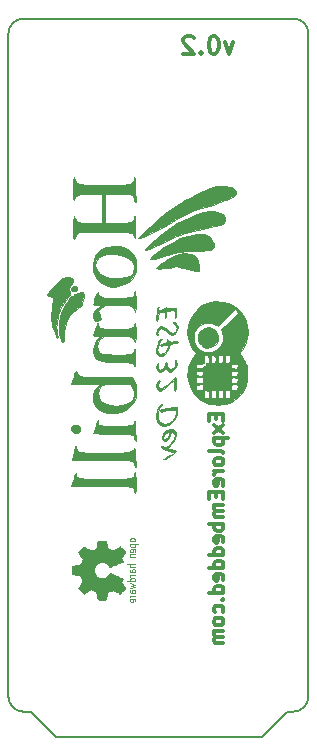
<source format=gbr>
G04 #@! TF.FileFunction,Legend,Bot*
%FSLAX46Y46*%
G04 Gerber Fmt 4.6, Leading zero omitted, Abs format (unit mm)*
G04 Created by KiCad (PCBNEW (2015-01-16 BZR 5376)-product) date 03-Feb-17 1:00:34 PM*
%MOMM*%
G01*
G04 APERTURE LIST*
%ADD10C,0.100000*%
%ADD11C,0.150000*%
%ADD12C,0.300000*%
%ADD13C,0.075000*%
%ADD14C,0.002540*%
%ADD15C,0.010000*%
G04 APERTURE END LIST*
D10*
D11*
X98806000Y-128143000D02*
X99060000Y-127889000D01*
X81407000Y-128143000D02*
X98806000Y-128143000D01*
X81153000Y-127889000D02*
X81407000Y-128143000D01*
X77343000Y-124714000D02*
X77343000Y-68580000D01*
X79248000Y-125984000D02*
X78613000Y-125984000D01*
X101473000Y-125984000D02*
X100965000Y-125984000D01*
X102743000Y-68580000D02*
X102743000Y-124714000D01*
X78613000Y-67310000D02*
X101473000Y-67310000D01*
X78613000Y-67310000D02*
G75*
G03X77343000Y-68580000I0J-1270000D01*
G01*
X102743000Y-68580000D02*
G75*
G03X101473000Y-67310000I-1270000J0D01*
G01*
X101473000Y-125984000D02*
G75*
G03X102743000Y-124714000I0J1270000D01*
G01*
X77343000Y-124714000D02*
G75*
G03X78613000Y-125984000I1270000J0D01*
G01*
X81153000Y-127889000D02*
X79248000Y-125984000D01*
X100965000Y-125984000D02*
X99060000Y-127889000D01*
D12*
X96376856Y-69274571D02*
X96019713Y-70274571D01*
X95662571Y-69274571D01*
X94805428Y-68774571D02*
X94662571Y-68774571D01*
X94519714Y-68846000D01*
X94448285Y-68917429D01*
X94376856Y-69060286D01*
X94305428Y-69346000D01*
X94305428Y-69703143D01*
X94376856Y-69988857D01*
X94448285Y-70131714D01*
X94519714Y-70203143D01*
X94662571Y-70274571D01*
X94805428Y-70274571D01*
X94948285Y-70203143D01*
X95019714Y-70131714D01*
X95091142Y-69988857D01*
X95162571Y-69703143D01*
X95162571Y-69346000D01*
X95091142Y-69060286D01*
X95019714Y-68917429D01*
X94948285Y-68846000D01*
X94805428Y-68774571D01*
X93662571Y-70131714D02*
X93591143Y-70203143D01*
X93662571Y-70274571D01*
X93734000Y-70203143D01*
X93662571Y-70131714D01*
X93662571Y-70274571D01*
X93019714Y-68917429D02*
X92948285Y-68846000D01*
X92805428Y-68774571D01*
X92448285Y-68774571D01*
X92305428Y-68846000D01*
X92233999Y-68917429D01*
X92162571Y-69060286D01*
X92162571Y-69203143D01*
X92233999Y-69417429D01*
X93091142Y-70274571D01*
X92162571Y-70274571D01*
X94914286Y-100785716D02*
X94914286Y-101185716D01*
X95542857Y-101357145D02*
X95542857Y-100785716D01*
X94342857Y-100785716D01*
X94342857Y-101357145D01*
X95542857Y-101757145D02*
X94742857Y-102385716D01*
X94742857Y-101757145D02*
X95542857Y-102385716D01*
X94742857Y-102842859D02*
X95942857Y-102842859D01*
X94800000Y-102842859D02*
X94742857Y-102957145D01*
X94742857Y-103185716D01*
X94800000Y-103300002D01*
X94857143Y-103357145D01*
X94971429Y-103414288D01*
X95314286Y-103414288D01*
X95428571Y-103357145D01*
X95485714Y-103300002D01*
X95542857Y-103185716D01*
X95542857Y-102957145D01*
X95485714Y-102842859D01*
X95542857Y-104100002D02*
X95485714Y-103985716D01*
X95371429Y-103928573D01*
X94342857Y-103928573D01*
X95542857Y-104728573D02*
X95485714Y-104614287D01*
X95428571Y-104557144D01*
X95314286Y-104500001D01*
X94971429Y-104500001D01*
X94857143Y-104557144D01*
X94800000Y-104614287D01*
X94742857Y-104728573D01*
X94742857Y-104900001D01*
X94800000Y-105014287D01*
X94857143Y-105071430D01*
X94971429Y-105128573D01*
X95314286Y-105128573D01*
X95428571Y-105071430D01*
X95485714Y-105014287D01*
X95542857Y-104900001D01*
X95542857Y-104728573D01*
X95542857Y-105642858D02*
X94742857Y-105642858D01*
X94971429Y-105642858D02*
X94857143Y-105700001D01*
X94800000Y-105757144D01*
X94742857Y-105871430D01*
X94742857Y-105985715D01*
X95485714Y-106842858D02*
X95542857Y-106728572D01*
X95542857Y-106500001D01*
X95485714Y-106385715D01*
X95371429Y-106328572D01*
X94914286Y-106328572D01*
X94800000Y-106385715D01*
X94742857Y-106500001D01*
X94742857Y-106728572D01*
X94800000Y-106842858D01*
X94914286Y-106900001D01*
X95028571Y-106900001D01*
X95142857Y-106328572D01*
X94914286Y-107414286D02*
X94914286Y-107814286D01*
X95542857Y-107985715D02*
X95542857Y-107414286D01*
X94342857Y-107414286D01*
X94342857Y-107985715D01*
X95542857Y-108500000D02*
X94742857Y-108500000D01*
X94857143Y-108500000D02*
X94800000Y-108557143D01*
X94742857Y-108671429D01*
X94742857Y-108842857D01*
X94800000Y-108957143D01*
X94914286Y-109014286D01*
X95542857Y-109014286D01*
X94914286Y-109014286D02*
X94800000Y-109071429D01*
X94742857Y-109185715D01*
X94742857Y-109357143D01*
X94800000Y-109471429D01*
X94914286Y-109528572D01*
X95542857Y-109528572D01*
X95542857Y-110100000D02*
X94342857Y-110100000D01*
X94800000Y-110100000D02*
X94742857Y-110214286D01*
X94742857Y-110442857D01*
X94800000Y-110557143D01*
X94857143Y-110614286D01*
X94971429Y-110671429D01*
X95314286Y-110671429D01*
X95428571Y-110614286D01*
X95485714Y-110557143D01*
X95542857Y-110442857D01*
X95542857Y-110214286D01*
X95485714Y-110100000D01*
X95485714Y-111642857D02*
X95542857Y-111528571D01*
X95542857Y-111300000D01*
X95485714Y-111185714D01*
X95371429Y-111128571D01*
X94914286Y-111128571D01*
X94800000Y-111185714D01*
X94742857Y-111300000D01*
X94742857Y-111528571D01*
X94800000Y-111642857D01*
X94914286Y-111700000D01*
X95028571Y-111700000D01*
X95142857Y-111128571D01*
X95542857Y-112728571D02*
X94342857Y-112728571D01*
X95485714Y-112728571D02*
X95542857Y-112614285D01*
X95542857Y-112385714D01*
X95485714Y-112271428D01*
X95428571Y-112214285D01*
X95314286Y-112157142D01*
X94971429Y-112157142D01*
X94857143Y-112214285D01*
X94800000Y-112271428D01*
X94742857Y-112385714D01*
X94742857Y-112614285D01*
X94800000Y-112728571D01*
X95542857Y-113814285D02*
X94342857Y-113814285D01*
X95485714Y-113814285D02*
X95542857Y-113699999D01*
X95542857Y-113471428D01*
X95485714Y-113357142D01*
X95428571Y-113299999D01*
X95314286Y-113242856D01*
X94971429Y-113242856D01*
X94857143Y-113299999D01*
X94800000Y-113357142D01*
X94742857Y-113471428D01*
X94742857Y-113699999D01*
X94800000Y-113814285D01*
X95485714Y-114842856D02*
X95542857Y-114728570D01*
X95542857Y-114499999D01*
X95485714Y-114385713D01*
X95371429Y-114328570D01*
X94914286Y-114328570D01*
X94800000Y-114385713D01*
X94742857Y-114499999D01*
X94742857Y-114728570D01*
X94800000Y-114842856D01*
X94914286Y-114899999D01*
X95028571Y-114899999D01*
X95142857Y-114328570D01*
X95542857Y-115928570D02*
X94342857Y-115928570D01*
X95485714Y-115928570D02*
X95542857Y-115814284D01*
X95542857Y-115585713D01*
X95485714Y-115471427D01*
X95428571Y-115414284D01*
X95314286Y-115357141D01*
X94971429Y-115357141D01*
X94857143Y-115414284D01*
X94800000Y-115471427D01*
X94742857Y-115585713D01*
X94742857Y-115814284D01*
X94800000Y-115928570D01*
X95428571Y-116499998D02*
X95485714Y-116557141D01*
X95542857Y-116499998D01*
X95485714Y-116442855D01*
X95428571Y-116499998D01*
X95542857Y-116499998D01*
X95485714Y-117585713D02*
X95542857Y-117471427D01*
X95542857Y-117242856D01*
X95485714Y-117128570D01*
X95428571Y-117071427D01*
X95314286Y-117014284D01*
X94971429Y-117014284D01*
X94857143Y-117071427D01*
X94800000Y-117128570D01*
X94742857Y-117242856D01*
X94742857Y-117471427D01*
X94800000Y-117585713D01*
X95542857Y-118271427D02*
X95485714Y-118157141D01*
X95428571Y-118099998D01*
X95314286Y-118042855D01*
X94971429Y-118042855D01*
X94857143Y-118099998D01*
X94800000Y-118157141D01*
X94742857Y-118271427D01*
X94742857Y-118442855D01*
X94800000Y-118557141D01*
X94857143Y-118614284D01*
X94971429Y-118671427D01*
X95314286Y-118671427D01*
X95428571Y-118614284D01*
X95485714Y-118557141D01*
X95542857Y-118442855D01*
X95542857Y-118271427D01*
X95542857Y-119185712D02*
X94742857Y-119185712D01*
X94857143Y-119185712D02*
X94800000Y-119242855D01*
X94742857Y-119357141D01*
X94742857Y-119528569D01*
X94800000Y-119642855D01*
X94914286Y-119699998D01*
X95542857Y-119699998D01*
X94914286Y-119699998D02*
X94800000Y-119757141D01*
X94742857Y-119871427D01*
X94742857Y-120042855D01*
X94800000Y-120157141D01*
X94914286Y-120214284D01*
X95542857Y-120214284D01*
D13*
X87620000Y-116160000D02*
X88080000Y-116160000D01*
X87620000Y-116250000D02*
X87620000Y-116300000D01*
X87650000Y-116200000D02*
X87620000Y-116250000D01*
X87670000Y-116180000D02*
X87650000Y-116200000D01*
X87740000Y-116160000D02*
X87670000Y-116180000D01*
X88080000Y-116600000D02*
X88050000Y-116650000D01*
X88080000Y-116500000D02*
X88080000Y-116600000D01*
X88050000Y-116460000D02*
X88080000Y-116500000D01*
X87980000Y-116440000D02*
X88050000Y-116460000D01*
X87710000Y-116440000D02*
X87980000Y-116440000D01*
X87650000Y-116470000D02*
X87710000Y-116440000D01*
X87620000Y-116510000D02*
X87650000Y-116470000D01*
X87620000Y-116610000D02*
X87620000Y-116510000D01*
X87660000Y-116650000D02*
X87620000Y-116610000D01*
X87730000Y-116670000D02*
X87660000Y-116650000D01*
X87850000Y-116670000D02*
X87730000Y-116670000D01*
X87850000Y-116670000D02*
X87850000Y-116440000D01*
X87710000Y-115920000D02*
X88080000Y-115920000D01*
X87650000Y-115890000D02*
X87710000Y-115920000D01*
X87620000Y-115850000D02*
X87650000Y-115890000D01*
X87620000Y-115750000D02*
X87620000Y-115850000D01*
X87650000Y-115700000D02*
X87620000Y-115750000D01*
X87810000Y-115760000D02*
X87840000Y-115710000D01*
X87810000Y-115880000D02*
X87810000Y-115760000D01*
X87780000Y-115920000D02*
X87810000Y-115880000D01*
X88080000Y-115870000D02*
X88040000Y-115920000D01*
X88080000Y-115750000D02*
X88080000Y-115870000D01*
X88040000Y-115700000D02*
X88080000Y-115750000D01*
X87980000Y-115680000D02*
X88040000Y-115700000D01*
X87910000Y-115680000D02*
X87980000Y-115680000D01*
X87840000Y-115710000D02*
X87910000Y-115680000D01*
X87620000Y-115130000D02*
X88080000Y-115230000D01*
X88080000Y-115230000D02*
X87740000Y-115320000D01*
X87740000Y-115320000D02*
X88080000Y-115420000D01*
X88080000Y-115420000D02*
X87620000Y-115520000D01*
X88050000Y-114940000D02*
X88080000Y-114900000D01*
X88080000Y-114900000D02*
X88080000Y-114790000D01*
X88080000Y-114790000D02*
X88050000Y-114750000D01*
X88050000Y-114750000D02*
X88020000Y-114730000D01*
X88020000Y-114730000D02*
X87950000Y-114700000D01*
X87950000Y-114700000D02*
X87750000Y-114700000D01*
X87750000Y-114700000D02*
X87680000Y-114730000D01*
X87680000Y-114730000D02*
X87650000Y-114750000D01*
X87650000Y-114750000D02*
X87610000Y-114810000D01*
X87610000Y-114810000D02*
X87610000Y-114880000D01*
X87610000Y-114880000D02*
X87650000Y-114940000D01*
X87380000Y-114940000D02*
X88080000Y-114940000D01*
X87740000Y-114420000D02*
X87670000Y-114440000D01*
X87670000Y-114440000D02*
X87650000Y-114460000D01*
X87650000Y-114460000D02*
X87620000Y-114510000D01*
X87620000Y-114510000D02*
X87620000Y-114560000D01*
X87620000Y-114420000D02*
X88080000Y-114420000D01*
X87840000Y-113970000D02*
X87910000Y-113940000D01*
X87910000Y-113940000D02*
X87980000Y-113940000D01*
X87980000Y-113940000D02*
X88040000Y-113960000D01*
X88040000Y-113960000D02*
X88080000Y-114010000D01*
X88080000Y-114010000D02*
X88080000Y-114130000D01*
X88080000Y-114130000D02*
X88040000Y-114180000D01*
X87780000Y-114180000D02*
X87810000Y-114140000D01*
X87810000Y-114140000D02*
X87810000Y-114020000D01*
X87810000Y-114020000D02*
X87840000Y-113970000D01*
X87650000Y-113960000D02*
X87620000Y-114010000D01*
X87620000Y-114010000D02*
X87620000Y-114110000D01*
X87620000Y-114110000D02*
X87650000Y-114150000D01*
X87650000Y-114150000D02*
X87710000Y-114180000D01*
X87710000Y-114180000D02*
X88080000Y-114180000D01*
X87690000Y-113510000D02*
X87650000Y-113530000D01*
X87650000Y-113530000D02*
X87620000Y-113580000D01*
X87620000Y-113580000D02*
X87620000Y-113660000D01*
X87620000Y-113660000D02*
X87650000Y-113700000D01*
X87650000Y-113700000D02*
X87710000Y-113720000D01*
X87710000Y-113720000D02*
X88080000Y-113720000D01*
X87380000Y-113510000D02*
X88080000Y-113510000D01*
X87850000Y-112460000D02*
X87850000Y-112230000D01*
X87680000Y-112680000D02*
X87650000Y-112700000D01*
X87650000Y-112700000D02*
X87620000Y-112740000D01*
X87620000Y-112740000D02*
X87620000Y-112830000D01*
X87620000Y-112830000D02*
X87650000Y-112870000D01*
X87650000Y-112870000D02*
X87710000Y-112890000D01*
X87710000Y-112890000D02*
X88080000Y-112890000D01*
X87620000Y-112680000D02*
X88080000Y-112680000D01*
X87850000Y-112460000D02*
X87730000Y-112460000D01*
X87730000Y-112460000D02*
X87660000Y-112440000D01*
X87660000Y-112440000D02*
X87620000Y-112400000D01*
X87620000Y-112400000D02*
X87620000Y-112300000D01*
X87620000Y-112300000D02*
X87650000Y-112260000D01*
X87650000Y-112260000D02*
X87710000Y-112230000D01*
X87710000Y-112230000D02*
X87980000Y-112230000D01*
X87980000Y-112230000D02*
X88050000Y-112250000D01*
X88050000Y-112250000D02*
X88080000Y-112290000D01*
X88080000Y-112290000D02*
X88080000Y-112390000D01*
X88080000Y-112390000D02*
X88050000Y-112440000D01*
X87650000Y-111800000D02*
X87620000Y-111840000D01*
X87620000Y-111840000D02*
X87620000Y-111940000D01*
X87620000Y-111940000D02*
X87650000Y-111980000D01*
X87650000Y-111980000D02*
X87680000Y-112010000D01*
X87680000Y-112010000D02*
X87740000Y-112030000D01*
X87740000Y-112030000D02*
X87960000Y-112030000D01*
X87960000Y-112030000D02*
X88020000Y-112010000D01*
X88020000Y-112010000D02*
X88050000Y-111990000D01*
X88050000Y-111990000D02*
X88080000Y-111950000D01*
X88080000Y-111950000D02*
X88080000Y-111850000D01*
X88080000Y-111850000D02*
X88050000Y-111800000D01*
X88320000Y-111800000D02*
X87620000Y-111800000D01*
X87620000Y-111490000D02*
X87620000Y-111410000D01*
X87620000Y-111410000D02*
X87650000Y-111370000D01*
X87650000Y-111370000D02*
X87680000Y-111350000D01*
X87680000Y-111350000D02*
X87750000Y-111320000D01*
X88080000Y-111410000D02*
X88080000Y-111490000D01*
X88080000Y-111490000D02*
X88050000Y-111540000D01*
X88050000Y-111540000D02*
X88020000Y-111560000D01*
X88020000Y-111560000D02*
X87950000Y-111580000D01*
X87950000Y-111580000D02*
X87750000Y-111580000D01*
X87750000Y-111580000D02*
X87690000Y-111560000D01*
X87690000Y-111560000D02*
X87660000Y-111540000D01*
X87660000Y-111540000D02*
X87620000Y-111490000D01*
X87750000Y-111320000D02*
X87950000Y-111320000D01*
X87950000Y-111320000D02*
X88010000Y-111340000D01*
X88010000Y-111340000D02*
X88040000Y-111360000D01*
X88040000Y-111360000D02*
X88080000Y-111410000D01*
D14*
G36*
X87245360Y-112486160D02*
X87230120Y-112511560D01*
X87194560Y-112569980D01*
X87138680Y-112653800D01*
X87072640Y-112752860D01*
X87006600Y-112851920D01*
X86953260Y-112933200D01*
X86915160Y-112989080D01*
X86902460Y-113014480D01*
X86907540Y-113027180D01*
X86930400Y-113072900D01*
X86965960Y-113141480D01*
X86986280Y-113182120D01*
X87011680Y-113243080D01*
X87019300Y-113276100D01*
X87009140Y-113281180D01*
X86960880Y-113304040D01*
X86879600Y-113339600D01*
X86770380Y-113385320D01*
X86643380Y-113441200D01*
X86508760Y-113497080D01*
X86369060Y-113555500D01*
X86234440Y-113611380D01*
X86115060Y-113659640D01*
X86018540Y-113700280D01*
X85949960Y-113725680D01*
X85922020Y-113735840D01*
X85914400Y-113733300D01*
X85883920Y-113700280D01*
X85843280Y-113646940D01*
X85746760Y-113527560D01*
X85601980Y-113410720D01*
X85436880Y-113339600D01*
X85251460Y-113316740D01*
X85081280Y-113337060D01*
X84918720Y-113403100D01*
X84771400Y-113517400D01*
X84662180Y-113657100D01*
X84593600Y-113819660D01*
X84570740Y-114000000D01*
X84591060Y-114172720D01*
X84657100Y-114340360D01*
X84768860Y-114487680D01*
X84839980Y-114551180D01*
X84989840Y-114637540D01*
X85147320Y-114685800D01*
X85187960Y-114690880D01*
X85363220Y-114683260D01*
X85533400Y-114632460D01*
X85683260Y-114538480D01*
X85807720Y-114408940D01*
X85817880Y-114393700D01*
X85863600Y-114335280D01*
X85894080Y-114294640D01*
X85919480Y-114264160D01*
X86457960Y-114487680D01*
X86541780Y-114523240D01*
X86689100Y-114584200D01*
X86816100Y-114637540D01*
X86917700Y-114680720D01*
X86983740Y-114711200D01*
X87011680Y-114723900D01*
X87014220Y-114723900D01*
X87016760Y-114744220D01*
X87001520Y-114784860D01*
X86965960Y-114861060D01*
X86940560Y-114909320D01*
X86912620Y-114967740D01*
X86902460Y-114993140D01*
X86915160Y-115016000D01*
X86950720Y-115069340D01*
X87004060Y-115150620D01*
X87067560Y-115247140D01*
X87131060Y-115338580D01*
X87186940Y-115422400D01*
X87225040Y-115483360D01*
X87242820Y-115513840D01*
X87242820Y-115518920D01*
X87227580Y-115544320D01*
X87186940Y-115592580D01*
X87118360Y-115666240D01*
X87014220Y-115770380D01*
X86998980Y-115785620D01*
X86912620Y-115871980D01*
X86838960Y-115940560D01*
X86788160Y-115986280D01*
X86765300Y-116004060D01*
X86765300Y-116004060D01*
X86734820Y-115988820D01*
X86673860Y-115950720D01*
X86587500Y-115894840D01*
X86488440Y-115826260D01*
X86229360Y-115648460D01*
X85985520Y-115744980D01*
X85909320Y-115775460D01*
X85820420Y-115813560D01*
X85754380Y-115841500D01*
X85726440Y-115856740D01*
X85716280Y-115882140D01*
X85701040Y-115950720D01*
X85680720Y-116047240D01*
X85660400Y-116161540D01*
X85640080Y-116273300D01*
X85619760Y-116372360D01*
X85607060Y-116443480D01*
X85599440Y-116476500D01*
X85594360Y-116484120D01*
X85579120Y-116491740D01*
X85546100Y-116494280D01*
X85485140Y-116496820D01*
X85391160Y-116499360D01*
X85251460Y-116499360D01*
X85236220Y-116499360D01*
X85106680Y-116496820D01*
X85000000Y-116494280D01*
X84933960Y-116491740D01*
X84906020Y-116486660D01*
X84906020Y-116486660D01*
X84898400Y-116456180D01*
X84883160Y-116385060D01*
X84865380Y-116286000D01*
X84842520Y-116166620D01*
X84839980Y-116159000D01*
X84817120Y-116042160D01*
X84796800Y-115943100D01*
X84781560Y-115871980D01*
X84771400Y-115844040D01*
X84763780Y-115836420D01*
X84718060Y-115813560D01*
X84644400Y-115780540D01*
X84555500Y-115739900D01*
X84461520Y-115701800D01*
X84377700Y-115668780D01*
X84316740Y-115645920D01*
X84288800Y-115638300D01*
X84286260Y-115640840D01*
X84258320Y-115658620D01*
X84197360Y-115699260D01*
X84113540Y-115755140D01*
X84011940Y-115823720D01*
X84004320Y-115828800D01*
X83905260Y-115897380D01*
X83818900Y-115953260D01*
X83760480Y-115988820D01*
X83732540Y-116004060D01*
X83730000Y-116004060D01*
X83699520Y-115981200D01*
X83643640Y-115930400D01*
X83567440Y-115856740D01*
X83478540Y-115770380D01*
X83453140Y-115742440D01*
X83356620Y-115643380D01*
X83295660Y-115577340D01*
X83262640Y-115534160D01*
X83255020Y-115513840D01*
X83255020Y-115513840D01*
X83272800Y-115483360D01*
X83313440Y-115419860D01*
X83371860Y-115336040D01*
X83440440Y-115234440D01*
X83445520Y-115226820D01*
X83514100Y-115127760D01*
X83569980Y-115043940D01*
X83610620Y-114985520D01*
X83625860Y-114957580D01*
X83625860Y-114955040D01*
X83613160Y-114914400D01*
X83587760Y-114843280D01*
X83554740Y-114754380D01*
X83516640Y-114662940D01*
X83481080Y-114579120D01*
X83453140Y-114515620D01*
X83435360Y-114485140D01*
X83435360Y-114485140D01*
X83399800Y-114474980D01*
X83323600Y-114457200D01*
X83222000Y-114436880D01*
X83100080Y-114411480D01*
X83079760Y-114408940D01*
X82960380Y-114386080D01*
X82861320Y-114368300D01*
X82792740Y-114353060D01*
X82764800Y-114345440D01*
X82762260Y-114330200D01*
X82757180Y-114271780D01*
X82754640Y-114182880D01*
X82754640Y-114073660D01*
X82754640Y-113961900D01*
X82757180Y-113852680D01*
X82759720Y-113758700D01*
X82764800Y-113690120D01*
X82769880Y-113662180D01*
X82772420Y-113662180D01*
X82810520Y-113652020D01*
X82884180Y-113634240D01*
X82988320Y-113613920D01*
X83110240Y-113591060D01*
X83133100Y-113585980D01*
X83249940Y-113563120D01*
X83349000Y-113542800D01*
X83415040Y-113530100D01*
X83442980Y-113522480D01*
X83448060Y-113509780D01*
X83468380Y-113461520D01*
X83501400Y-113382780D01*
X83542040Y-113283720D01*
X83633480Y-113055120D01*
X83442980Y-112773180D01*
X83425200Y-112747780D01*
X83356620Y-112646180D01*
X83300740Y-112564900D01*
X83262640Y-112506480D01*
X83249940Y-112483620D01*
X83249940Y-112481080D01*
X83275340Y-112453140D01*
X83328680Y-112397260D01*
X83402340Y-112321060D01*
X83488700Y-112232160D01*
X83554740Y-112168660D01*
X83633480Y-112089920D01*
X83686820Y-112041660D01*
X83719840Y-112013720D01*
X83740160Y-112006100D01*
X83755400Y-112008640D01*
X83783340Y-112026420D01*
X83844300Y-112067060D01*
X83930660Y-112125480D01*
X84029720Y-112194060D01*
X84113540Y-112249940D01*
X84207520Y-112310900D01*
X84273560Y-112349000D01*
X84306580Y-112364240D01*
X84319280Y-112359160D01*
X84375160Y-112341380D01*
X84458980Y-112305820D01*
X84558040Y-112265180D01*
X84779020Y-112166120D01*
X84806960Y-112021340D01*
X84824740Y-111932440D01*
X84847600Y-111810520D01*
X84870460Y-111691140D01*
X84906020Y-111508260D01*
X85581660Y-111500640D01*
X85594360Y-111528580D01*
X85601980Y-111556520D01*
X85617220Y-111625100D01*
X85637540Y-111721620D01*
X85657860Y-111838460D01*
X85675640Y-111934980D01*
X85695960Y-112034040D01*
X85708660Y-112105160D01*
X85716280Y-112135640D01*
X85726440Y-112145800D01*
X85774700Y-112168660D01*
X85850900Y-112204220D01*
X85942340Y-112244860D01*
X86036320Y-112282960D01*
X86125220Y-112318520D01*
X86191260Y-112341380D01*
X86224280Y-112351540D01*
X86252220Y-112338840D01*
X86310640Y-112300740D01*
X86391920Y-112247400D01*
X86490980Y-112178820D01*
X86587500Y-112112780D01*
X86671320Y-112054360D01*
X86732280Y-112016260D01*
X86760220Y-111998480D01*
X86778000Y-112008640D01*
X86826260Y-112046740D01*
X86902460Y-112120400D01*
X87011680Y-112232160D01*
X87029460Y-112249940D01*
X87113280Y-112336300D01*
X87181860Y-112409960D01*
X87227580Y-112463300D01*
X87245360Y-112486160D01*
X87245360Y-112486160D01*
G37*
X87245360Y-112486160D02*
X87230120Y-112511560D01*
X87194560Y-112569980D01*
X87138680Y-112653800D01*
X87072640Y-112752860D01*
X87006600Y-112851920D01*
X86953260Y-112933200D01*
X86915160Y-112989080D01*
X86902460Y-113014480D01*
X86907540Y-113027180D01*
X86930400Y-113072900D01*
X86965960Y-113141480D01*
X86986280Y-113182120D01*
X87011680Y-113243080D01*
X87019300Y-113276100D01*
X87009140Y-113281180D01*
X86960880Y-113304040D01*
X86879600Y-113339600D01*
X86770380Y-113385320D01*
X86643380Y-113441200D01*
X86508760Y-113497080D01*
X86369060Y-113555500D01*
X86234440Y-113611380D01*
X86115060Y-113659640D01*
X86018540Y-113700280D01*
X85949960Y-113725680D01*
X85922020Y-113735840D01*
X85914400Y-113733300D01*
X85883920Y-113700280D01*
X85843280Y-113646940D01*
X85746760Y-113527560D01*
X85601980Y-113410720D01*
X85436880Y-113339600D01*
X85251460Y-113316740D01*
X85081280Y-113337060D01*
X84918720Y-113403100D01*
X84771400Y-113517400D01*
X84662180Y-113657100D01*
X84593600Y-113819660D01*
X84570740Y-114000000D01*
X84591060Y-114172720D01*
X84657100Y-114340360D01*
X84768860Y-114487680D01*
X84839980Y-114551180D01*
X84989840Y-114637540D01*
X85147320Y-114685800D01*
X85187960Y-114690880D01*
X85363220Y-114683260D01*
X85533400Y-114632460D01*
X85683260Y-114538480D01*
X85807720Y-114408940D01*
X85817880Y-114393700D01*
X85863600Y-114335280D01*
X85894080Y-114294640D01*
X85919480Y-114264160D01*
X86457960Y-114487680D01*
X86541780Y-114523240D01*
X86689100Y-114584200D01*
X86816100Y-114637540D01*
X86917700Y-114680720D01*
X86983740Y-114711200D01*
X87011680Y-114723900D01*
X87014220Y-114723900D01*
X87016760Y-114744220D01*
X87001520Y-114784860D01*
X86965960Y-114861060D01*
X86940560Y-114909320D01*
X86912620Y-114967740D01*
X86902460Y-114993140D01*
X86915160Y-115016000D01*
X86950720Y-115069340D01*
X87004060Y-115150620D01*
X87067560Y-115247140D01*
X87131060Y-115338580D01*
X87186940Y-115422400D01*
X87225040Y-115483360D01*
X87242820Y-115513840D01*
X87242820Y-115518920D01*
X87227580Y-115544320D01*
X87186940Y-115592580D01*
X87118360Y-115666240D01*
X87014220Y-115770380D01*
X86998980Y-115785620D01*
X86912620Y-115871980D01*
X86838960Y-115940560D01*
X86788160Y-115986280D01*
X86765300Y-116004060D01*
X86765300Y-116004060D01*
X86734820Y-115988820D01*
X86673860Y-115950720D01*
X86587500Y-115894840D01*
X86488440Y-115826260D01*
X86229360Y-115648460D01*
X85985520Y-115744980D01*
X85909320Y-115775460D01*
X85820420Y-115813560D01*
X85754380Y-115841500D01*
X85726440Y-115856740D01*
X85716280Y-115882140D01*
X85701040Y-115950720D01*
X85680720Y-116047240D01*
X85660400Y-116161540D01*
X85640080Y-116273300D01*
X85619760Y-116372360D01*
X85607060Y-116443480D01*
X85599440Y-116476500D01*
X85594360Y-116484120D01*
X85579120Y-116491740D01*
X85546100Y-116494280D01*
X85485140Y-116496820D01*
X85391160Y-116499360D01*
X85251460Y-116499360D01*
X85236220Y-116499360D01*
X85106680Y-116496820D01*
X85000000Y-116494280D01*
X84933960Y-116491740D01*
X84906020Y-116486660D01*
X84906020Y-116486660D01*
X84898400Y-116456180D01*
X84883160Y-116385060D01*
X84865380Y-116286000D01*
X84842520Y-116166620D01*
X84839980Y-116159000D01*
X84817120Y-116042160D01*
X84796800Y-115943100D01*
X84781560Y-115871980D01*
X84771400Y-115844040D01*
X84763780Y-115836420D01*
X84718060Y-115813560D01*
X84644400Y-115780540D01*
X84555500Y-115739900D01*
X84461520Y-115701800D01*
X84377700Y-115668780D01*
X84316740Y-115645920D01*
X84288800Y-115638300D01*
X84286260Y-115640840D01*
X84258320Y-115658620D01*
X84197360Y-115699260D01*
X84113540Y-115755140D01*
X84011940Y-115823720D01*
X84004320Y-115828800D01*
X83905260Y-115897380D01*
X83818900Y-115953260D01*
X83760480Y-115988820D01*
X83732540Y-116004060D01*
X83730000Y-116004060D01*
X83699520Y-115981200D01*
X83643640Y-115930400D01*
X83567440Y-115856740D01*
X83478540Y-115770380D01*
X83453140Y-115742440D01*
X83356620Y-115643380D01*
X83295660Y-115577340D01*
X83262640Y-115534160D01*
X83255020Y-115513840D01*
X83255020Y-115513840D01*
X83272800Y-115483360D01*
X83313440Y-115419860D01*
X83371860Y-115336040D01*
X83440440Y-115234440D01*
X83445520Y-115226820D01*
X83514100Y-115127760D01*
X83569980Y-115043940D01*
X83610620Y-114985520D01*
X83625860Y-114957580D01*
X83625860Y-114955040D01*
X83613160Y-114914400D01*
X83587760Y-114843280D01*
X83554740Y-114754380D01*
X83516640Y-114662940D01*
X83481080Y-114579120D01*
X83453140Y-114515620D01*
X83435360Y-114485140D01*
X83435360Y-114485140D01*
X83399800Y-114474980D01*
X83323600Y-114457200D01*
X83222000Y-114436880D01*
X83100080Y-114411480D01*
X83079760Y-114408940D01*
X82960380Y-114386080D01*
X82861320Y-114368300D01*
X82792740Y-114353060D01*
X82764800Y-114345440D01*
X82762260Y-114330200D01*
X82757180Y-114271780D01*
X82754640Y-114182880D01*
X82754640Y-114073660D01*
X82754640Y-113961900D01*
X82757180Y-113852680D01*
X82759720Y-113758700D01*
X82764800Y-113690120D01*
X82769880Y-113662180D01*
X82772420Y-113662180D01*
X82810520Y-113652020D01*
X82884180Y-113634240D01*
X82988320Y-113613920D01*
X83110240Y-113591060D01*
X83133100Y-113585980D01*
X83249940Y-113563120D01*
X83349000Y-113542800D01*
X83415040Y-113530100D01*
X83442980Y-113522480D01*
X83448060Y-113509780D01*
X83468380Y-113461520D01*
X83501400Y-113382780D01*
X83542040Y-113283720D01*
X83633480Y-113055120D01*
X83442980Y-112773180D01*
X83425200Y-112747780D01*
X83356620Y-112646180D01*
X83300740Y-112564900D01*
X83262640Y-112506480D01*
X83249940Y-112483620D01*
X83249940Y-112481080D01*
X83275340Y-112453140D01*
X83328680Y-112397260D01*
X83402340Y-112321060D01*
X83488700Y-112232160D01*
X83554740Y-112168660D01*
X83633480Y-112089920D01*
X83686820Y-112041660D01*
X83719840Y-112013720D01*
X83740160Y-112006100D01*
X83755400Y-112008640D01*
X83783340Y-112026420D01*
X83844300Y-112067060D01*
X83930660Y-112125480D01*
X84029720Y-112194060D01*
X84113540Y-112249940D01*
X84207520Y-112310900D01*
X84273560Y-112349000D01*
X84306580Y-112364240D01*
X84319280Y-112359160D01*
X84375160Y-112341380D01*
X84458980Y-112305820D01*
X84558040Y-112265180D01*
X84779020Y-112166120D01*
X84806960Y-112021340D01*
X84824740Y-111932440D01*
X84847600Y-111810520D01*
X84870460Y-111691140D01*
X84906020Y-111508260D01*
X85581660Y-111500640D01*
X85594360Y-111528580D01*
X85601980Y-111556520D01*
X85617220Y-111625100D01*
X85637540Y-111721620D01*
X85657860Y-111838460D01*
X85675640Y-111934980D01*
X85695960Y-112034040D01*
X85708660Y-112105160D01*
X85716280Y-112135640D01*
X85726440Y-112145800D01*
X85774700Y-112168660D01*
X85850900Y-112204220D01*
X85942340Y-112244860D01*
X86036320Y-112282960D01*
X86125220Y-112318520D01*
X86191260Y-112341380D01*
X86224280Y-112351540D01*
X86252220Y-112338840D01*
X86310640Y-112300740D01*
X86391920Y-112247400D01*
X86490980Y-112178820D01*
X86587500Y-112112780D01*
X86671320Y-112054360D01*
X86732280Y-112016260D01*
X86760220Y-111998480D01*
X86778000Y-112008640D01*
X86826260Y-112046740D01*
X86902460Y-112120400D01*
X87011680Y-112232160D01*
X87029460Y-112249940D01*
X87113280Y-112336300D01*
X87181860Y-112409960D01*
X87227580Y-112463300D01*
X87245360Y-112486160D01*
D15*
G36*
X88346198Y-85915754D02*
X88446241Y-85906178D01*
X88668113Y-85823756D01*
X88987283Y-85680805D01*
X89379218Y-85489641D01*
X89819388Y-85262578D01*
X90283260Y-85011934D01*
X90746304Y-84750024D01*
X91167000Y-84499593D01*
X91536514Y-84277521D01*
X91861457Y-84095902D01*
X92177156Y-83939407D01*
X92518939Y-83792709D01*
X92922132Y-83640479D01*
X93422062Y-83467387D01*
X93948244Y-83292804D01*
X94679692Y-83049608D01*
X95264326Y-82847751D01*
X95717818Y-82680904D01*
X96055843Y-82542740D01*
X96294071Y-82426933D01*
X96448176Y-82327154D01*
X96522167Y-82253645D01*
X96603351Y-82130042D01*
X96607269Y-82021887D01*
X96534369Y-81849306D01*
X96524553Y-81828916D01*
X96357854Y-81661405D01*
X96162333Y-81580360D01*
X96162333Y-81638667D01*
X96204667Y-81681000D01*
X96162333Y-81723334D01*
X96162333Y-82146667D01*
X96204667Y-82189000D01*
X96162333Y-82231334D01*
X96120000Y-82189000D01*
X96162333Y-82146667D01*
X96162333Y-81723334D01*
X96120000Y-81681000D01*
X96162333Y-81638667D01*
X96162333Y-81580360D01*
X96065939Y-81540403D01*
X95688024Y-81471987D01*
X95263329Y-81462232D01*
X94831071Y-81517212D01*
X94705922Y-81547200D01*
X94442674Y-81638411D01*
X94070252Y-81794119D01*
X93626992Y-81995672D01*
X93151231Y-82224417D01*
X92681308Y-82461703D01*
X92255559Y-82688878D01*
X91912321Y-82887289D01*
X91788420Y-82966639D01*
X91249708Y-83339841D01*
X90753816Y-83702615D01*
X90317119Y-84041296D01*
X89955990Y-84342222D01*
X89686802Y-84591731D01*
X89525929Y-84776159D01*
X89489746Y-84881842D01*
X89490866Y-84883829D01*
X89485871Y-84925371D01*
X89442427Y-84905190D01*
X89346047Y-84932092D01*
X89172884Y-85049695D01*
X88956818Y-85226765D01*
X88731731Y-85432070D01*
X88531503Y-85634376D01*
X88390015Y-85802450D01*
X88341147Y-85905059D01*
X88346198Y-85915754D01*
X88346198Y-85915754D01*
G37*
X88346198Y-85915754D02*
X88446241Y-85906178D01*
X88668113Y-85823756D01*
X88987283Y-85680805D01*
X89379218Y-85489641D01*
X89819388Y-85262578D01*
X90283260Y-85011934D01*
X90746304Y-84750024D01*
X91167000Y-84499593D01*
X91536514Y-84277521D01*
X91861457Y-84095902D01*
X92177156Y-83939407D01*
X92518939Y-83792709D01*
X92922132Y-83640479D01*
X93422062Y-83467387D01*
X93948244Y-83292804D01*
X94679692Y-83049608D01*
X95264326Y-82847751D01*
X95717818Y-82680904D01*
X96055843Y-82542740D01*
X96294071Y-82426933D01*
X96448176Y-82327154D01*
X96522167Y-82253645D01*
X96603351Y-82130042D01*
X96607269Y-82021887D01*
X96534369Y-81849306D01*
X96524553Y-81828916D01*
X96357854Y-81661405D01*
X96162333Y-81580360D01*
X96162333Y-81638667D01*
X96204667Y-81681000D01*
X96162333Y-81723334D01*
X96162333Y-82146667D01*
X96204667Y-82189000D01*
X96162333Y-82231334D01*
X96120000Y-82189000D01*
X96162333Y-82146667D01*
X96162333Y-81723334D01*
X96120000Y-81681000D01*
X96162333Y-81638667D01*
X96162333Y-81580360D01*
X96065939Y-81540403D01*
X95688024Y-81471987D01*
X95263329Y-81462232D01*
X94831071Y-81517212D01*
X94705922Y-81547200D01*
X94442674Y-81638411D01*
X94070252Y-81794119D01*
X93626992Y-81995672D01*
X93151231Y-82224417D01*
X92681308Y-82461703D01*
X92255559Y-82688878D01*
X91912321Y-82887289D01*
X91788420Y-82966639D01*
X91249708Y-83339841D01*
X90753816Y-83702615D01*
X90317119Y-84041296D01*
X89955990Y-84342222D01*
X89686802Y-84591731D01*
X89525929Y-84776159D01*
X89489746Y-84881842D01*
X89490866Y-84883829D01*
X89485871Y-84925371D01*
X89442427Y-84905190D01*
X89346047Y-84932092D01*
X89172884Y-85049695D01*
X88956818Y-85226765D01*
X88731731Y-85432070D01*
X88531503Y-85634376D01*
X88390015Y-85802450D01*
X88341147Y-85905059D01*
X88346198Y-85915754D01*
G36*
X88983425Y-86866385D02*
X89225624Y-86797053D01*
X89578728Y-86664413D01*
X90023421Y-86476534D01*
X90540386Y-86241488D01*
X91110307Y-85967346D01*
X91564727Y-85738970D01*
X91883418Y-85595075D01*
X92256467Y-85467040D01*
X92719815Y-85344327D01*
X93309396Y-85216400D01*
X93427394Y-85192856D01*
X94189452Y-85034894D01*
X94787168Y-84894239D01*
X95224527Y-84769762D01*
X95505511Y-84660335D01*
X95631870Y-84568349D01*
X95681153Y-84431314D01*
X95693378Y-84269509D01*
X95670107Y-84149253D01*
X95621559Y-84130426D01*
X95564106Y-84104184D01*
X95558059Y-84032715D01*
X95492825Y-83874843D01*
X95293091Y-83742842D01*
X94993116Y-83648646D01*
X94627158Y-83604190D01*
X94343421Y-83609573D01*
X93889991Y-83687708D01*
X93346895Y-83847386D01*
X92760639Y-84069491D01*
X92177723Y-84334906D01*
X91644650Y-84624515D01*
X91267160Y-84874166D01*
X91004555Y-85068230D01*
X90676133Y-85309811D01*
X90352909Y-85546672D01*
X90352329Y-85547096D01*
X90034868Y-85788465D01*
X89711836Y-86049796D01*
X89408711Y-86308426D01*
X89150972Y-86541690D01*
X88964099Y-86726925D01*
X88873569Y-86841468D01*
X88871447Y-86864336D01*
X88983425Y-86866385D01*
X88983425Y-86866385D01*
G37*
X88983425Y-86866385D02*
X89225624Y-86797053D01*
X89578728Y-86664413D01*
X90023421Y-86476534D01*
X90540386Y-86241488D01*
X91110307Y-85967346D01*
X91564727Y-85738970D01*
X91883418Y-85595075D01*
X92256467Y-85467040D01*
X92719815Y-85344327D01*
X93309396Y-85216400D01*
X93427394Y-85192856D01*
X94189452Y-85034894D01*
X94787168Y-84894239D01*
X95224527Y-84769762D01*
X95505511Y-84660335D01*
X95631870Y-84568349D01*
X95681153Y-84431314D01*
X95693378Y-84269509D01*
X95670107Y-84149253D01*
X95621559Y-84130426D01*
X95564106Y-84104184D01*
X95558059Y-84032715D01*
X95492825Y-83874843D01*
X95293091Y-83742842D01*
X94993116Y-83648646D01*
X94627158Y-83604190D01*
X94343421Y-83609573D01*
X93889991Y-83687708D01*
X93346895Y-83847386D01*
X92760639Y-84069491D01*
X92177723Y-84334906D01*
X91644650Y-84624515D01*
X91267160Y-84874166D01*
X91004555Y-85068230D01*
X90676133Y-85309811D01*
X90352909Y-85546672D01*
X90352329Y-85547096D01*
X90034868Y-85788465D01*
X89711836Y-86049796D01*
X89408711Y-86308426D01*
X89150972Y-86541690D01*
X88964099Y-86726925D01*
X88873569Y-86841468D01*
X88871447Y-86864336D01*
X88983425Y-86866385D01*
G36*
X89417058Y-87700632D02*
X89630595Y-87673122D01*
X89990819Y-87580364D01*
X90501270Y-87421528D01*
X90786000Y-87326555D01*
X91121221Y-87215644D01*
X91399174Y-87134600D01*
X91659417Y-87077558D01*
X91941508Y-87038655D01*
X92285005Y-87012026D01*
X92729466Y-86991807D01*
X93138722Y-86977779D01*
X93699906Y-86957845D01*
X94114147Y-86934773D01*
X94403784Y-86901221D01*
X94591156Y-86849845D01*
X94698600Y-86773303D01*
X94748457Y-86664250D01*
X94763063Y-86515343D01*
X94764037Y-86443500D01*
X94744861Y-86270672D01*
X94701833Y-86200641D01*
X94577880Y-86199625D01*
X94547000Y-86147007D01*
X94559209Y-86099754D01*
X94531525Y-85960702D01*
X94389512Y-85797722D01*
X94176771Y-85647964D01*
X93936907Y-85548579D01*
X93903031Y-85540673D01*
X93651576Y-85523215D01*
X93320844Y-85548703D01*
X92942296Y-85608685D01*
X92547393Y-85694712D01*
X92167596Y-85798335D01*
X91834367Y-85911104D01*
X91579165Y-86024568D01*
X91433453Y-86130279D01*
X91419212Y-86207773D01*
X91408277Y-86259340D01*
X91352430Y-86247461D01*
X91226318Y-86272488D01*
X91002030Y-86383566D01*
X90711380Y-86558229D01*
X90386186Y-86774014D01*
X90058261Y-87008454D01*
X89759423Y-87239084D01*
X89521487Y-87443441D01*
X89376269Y-87599058D01*
X89346667Y-87663724D01*
X89417058Y-87700632D01*
X89417058Y-87700632D01*
G37*
X89417058Y-87700632D02*
X89630595Y-87673122D01*
X89990819Y-87580364D01*
X90501270Y-87421528D01*
X90786000Y-87326555D01*
X91121221Y-87215644D01*
X91399174Y-87134600D01*
X91659417Y-87077558D01*
X91941508Y-87038655D01*
X92285005Y-87012026D01*
X92729466Y-86991807D01*
X93138722Y-86977779D01*
X93699906Y-86957845D01*
X94114147Y-86934773D01*
X94403784Y-86901221D01*
X94591156Y-86849845D01*
X94698600Y-86773303D01*
X94748457Y-86664250D01*
X94763063Y-86515343D01*
X94764037Y-86443500D01*
X94744861Y-86270672D01*
X94701833Y-86200641D01*
X94577880Y-86199625D01*
X94547000Y-86147007D01*
X94559209Y-86099754D01*
X94531525Y-85960702D01*
X94389512Y-85797722D01*
X94176771Y-85647964D01*
X93936907Y-85548579D01*
X93903031Y-85540673D01*
X93651576Y-85523215D01*
X93320844Y-85548703D01*
X92942296Y-85608685D01*
X92547393Y-85694712D01*
X92167596Y-85798335D01*
X91834367Y-85911104D01*
X91579165Y-86024568D01*
X91433453Y-86130279D01*
X91419212Y-86207773D01*
X91408277Y-86259340D01*
X91352430Y-86247461D01*
X91226318Y-86272488D01*
X91002030Y-86383566D01*
X90711380Y-86558229D01*
X90386186Y-86774014D01*
X90058261Y-87008454D01*
X89759423Y-87239084D01*
X89521487Y-87443441D01*
X89376269Y-87599058D01*
X89346667Y-87663724D01*
X89417058Y-87700632D01*
G36*
X89930940Y-88465817D02*
X90131091Y-88475894D01*
X90412112Y-88463495D01*
X90731000Y-88431739D01*
X91044748Y-88383739D01*
X91300846Y-88325370D01*
X91512795Y-88295967D01*
X91781186Y-88325948D01*
X92153709Y-88420842D01*
X92172841Y-88426477D01*
X92530623Y-88522844D01*
X92880076Y-88601463D01*
X93135500Y-88643916D01*
X93495333Y-88683051D01*
X93488319Y-88272359D01*
X93432721Y-87880210D01*
X93311999Y-87587882D01*
X93064670Y-87340756D01*
X92711692Y-87200172D01*
X92280177Y-87167564D01*
X91797238Y-87244361D01*
X91289986Y-87431995D01*
X91200572Y-87476419D01*
X90835193Y-87678576D01*
X90488141Y-87894108D01*
X90189874Y-88101431D01*
X89970849Y-88278963D01*
X89861523Y-88405122D01*
X89854667Y-88430151D01*
X89930940Y-88465817D01*
X89930940Y-88465817D01*
G37*
X89930940Y-88465817D02*
X90131091Y-88475894D01*
X90412112Y-88463495D01*
X90731000Y-88431739D01*
X91044748Y-88383739D01*
X91300846Y-88325370D01*
X91512795Y-88295967D01*
X91781186Y-88325948D01*
X92153709Y-88420842D01*
X92172841Y-88426477D01*
X92530623Y-88522844D01*
X92880076Y-88601463D01*
X93135500Y-88643916D01*
X93495333Y-88683051D01*
X93488319Y-88272359D01*
X93432721Y-87880210D01*
X93311999Y-87587882D01*
X93064670Y-87340756D01*
X92711692Y-87200172D01*
X92280177Y-87167564D01*
X91797238Y-87244361D01*
X91289986Y-87431995D01*
X91200572Y-87476419D01*
X90835193Y-87678576D01*
X90488141Y-87894108D01*
X90189874Y-88101431D01*
X89970849Y-88278963D01*
X89861523Y-88405122D01*
X89854667Y-88430151D01*
X89930940Y-88465817D01*
G36*
X89902034Y-94097371D02*
X89927102Y-94119441D01*
X89967346Y-94084675D01*
X89959473Y-93954618D01*
X89976477Y-93721618D01*
X90096872Y-93549182D01*
X90258647Y-93492000D01*
X90390216Y-93549145D01*
X90577537Y-93694194D01*
X90675689Y-93788334D01*
X90960371Y-94012866D01*
X91218413Y-94077353D01*
X91441711Y-93980314D01*
X91485948Y-93936500D01*
X91652835Y-93655588D01*
X91670520Y-93370846D01*
X91566921Y-93155676D01*
X91403593Y-93018847D01*
X91293236Y-93026805D01*
X91240241Y-93093548D01*
X91341773Y-93156195D01*
X91352469Y-93160212D01*
X91525714Y-93303675D01*
X91578439Y-93537250D01*
X91538092Y-93727991D01*
X91411878Y-93885134D01*
X91216576Y-93902716D01*
X90974182Y-93783924D01*
X90786000Y-93619000D01*
X90506512Y-93395693D01*
X90260145Y-93333142D01*
X90052793Y-93432144D01*
X89986467Y-93510839D01*
X89887168Y-93723700D01*
X89856834Y-93941650D01*
X89902034Y-94097371D01*
X89902034Y-94097371D01*
G37*
X89902034Y-94097371D02*
X89927102Y-94119441D01*
X89967346Y-94084675D01*
X89959473Y-93954618D01*
X89976477Y-93721618D01*
X90096872Y-93549182D01*
X90258647Y-93492000D01*
X90390216Y-93549145D01*
X90577537Y-93694194D01*
X90675689Y-93788334D01*
X90960371Y-94012866D01*
X91218413Y-94077353D01*
X91441711Y-93980314D01*
X91485948Y-93936500D01*
X91652835Y-93655588D01*
X91670520Y-93370846D01*
X91566921Y-93155676D01*
X91403593Y-93018847D01*
X91293236Y-93026805D01*
X91240241Y-93093548D01*
X91341773Y-93156195D01*
X91352469Y-93160212D01*
X91525714Y-93303675D01*
X91578439Y-93537250D01*
X91538092Y-93727991D01*
X91411878Y-93885134D01*
X91216576Y-93902716D01*
X90974182Y-93783924D01*
X90786000Y-93619000D01*
X90506512Y-93395693D01*
X90260145Y-93333142D01*
X90052793Y-93432144D01*
X89986467Y-93510839D01*
X89887168Y-93723700D01*
X89856834Y-93941650D01*
X89902034Y-94097371D01*
G36*
X89878402Y-95650889D02*
X89919463Y-95741843D01*
X90103311Y-95873297D01*
X90357008Y-95875577D01*
X90425631Y-95854468D01*
X90615737Y-95716255D01*
X90796445Y-95480997D01*
X90922845Y-95217214D01*
X90955017Y-95046780D01*
X90984792Y-94928148D01*
X91101505Y-94856989D01*
X91336333Y-94808759D01*
X91563213Y-94757100D01*
X91699590Y-94692011D01*
X91717333Y-94662532D01*
X91639513Y-94613125D01*
X91415167Y-94619792D01*
X91342893Y-94629591D01*
X91094092Y-94652918D01*
X90953231Y-94619040D01*
X90875118Y-94533371D01*
X90805196Y-94430270D01*
X90796207Y-94477711D01*
X90805059Y-94545316D01*
X90780500Y-94667317D01*
X90640344Y-94749826D01*
X90510833Y-94786560D01*
X90275075Y-94868012D01*
X90196246Y-94943447D01*
X90271596Y-94988554D01*
X90498373Y-94979020D01*
X90532000Y-94973667D01*
X90748963Y-94946835D01*
X90846720Y-94974541D01*
X90870591Y-95071257D01*
X90870667Y-95081807D01*
X90808453Y-95325777D01*
X90650671Y-95522376D01*
X90440609Y-95646888D01*
X90221554Y-95674592D01*
X90036793Y-95580770D01*
X90023405Y-95565617D01*
X89955648Y-95367961D01*
X89976902Y-95096954D01*
X90074899Y-94814953D01*
X90211147Y-94611245D01*
X90317561Y-94473566D01*
X90297401Y-94433506D01*
X90278000Y-94437928D01*
X90125213Y-94560628D01*
X89993838Y-94797908D01*
X89898896Y-95095134D01*
X89855410Y-95397672D01*
X89878402Y-95650889D01*
X89878402Y-95650889D01*
G37*
X89878402Y-95650889D02*
X89919463Y-95741843D01*
X90103311Y-95873297D01*
X90357008Y-95875577D01*
X90425631Y-95854468D01*
X90615737Y-95716255D01*
X90796445Y-95480997D01*
X90922845Y-95217214D01*
X90955017Y-95046780D01*
X90984792Y-94928148D01*
X91101505Y-94856989D01*
X91336333Y-94808759D01*
X91563213Y-94757100D01*
X91699590Y-94692011D01*
X91717333Y-94662532D01*
X91639513Y-94613125D01*
X91415167Y-94619792D01*
X91342893Y-94629591D01*
X91094092Y-94652918D01*
X90953231Y-94619040D01*
X90875118Y-94533371D01*
X90805196Y-94430270D01*
X90796207Y-94477711D01*
X90805059Y-94545316D01*
X90780500Y-94667317D01*
X90640344Y-94749826D01*
X90510833Y-94786560D01*
X90275075Y-94868012D01*
X90196246Y-94943447D01*
X90271596Y-94988554D01*
X90498373Y-94979020D01*
X90532000Y-94973667D01*
X90748963Y-94946835D01*
X90846720Y-94974541D01*
X90870591Y-95071257D01*
X90870667Y-95081807D01*
X90808453Y-95325777D01*
X90650671Y-95522376D01*
X90440609Y-95646888D01*
X90221554Y-95674592D01*
X90036793Y-95580770D01*
X90023405Y-95565617D01*
X89955648Y-95367961D01*
X89976902Y-95096954D01*
X90074899Y-94814953D01*
X90211147Y-94611245D01*
X90317561Y-94473566D01*
X90297401Y-94433506D01*
X90278000Y-94437928D01*
X90125213Y-94560628D01*
X89993838Y-94797908D01*
X89898896Y-95095134D01*
X89855410Y-95397672D01*
X89878402Y-95650889D01*
G36*
X89888081Y-97000274D02*
X89998207Y-97170680D01*
X90181269Y-97217784D01*
X90390009Y-97137566D01*
X90486749Y-97051223D01*
X90601112Y-96940182D01*
X90683056Y-96952653D01*
X90787343Y-97070684D01*
X90926090Y-97197056D01*
X91084648Y-97200774D01*
X91173147Y-97173294D01*
X91385963Y-97018972D01*
X91532501Y-96766520D01*
X91577290Y-96484317D01*
X91567573Y-96413000D01*
X91508565Y-96223198D01*
X91460276Y-96197215D01*
X91441330Y-96329723D01*
X91448047Y-96447201D01*
X91447609Y-96688383D01*
X91370964Y-96838451D01*
X91288817Y-96906634D01*
X91066704Y-96989705D01*
X90891253Y-96922805D01*
X90795025Y-96724712D01*
X90786000Y-96616691D01*
X90762833Y-96449143D01*
X90703553Y-96411701D01*
X90701333Y-96413000D01*
X90628228Y-96533354D01*
X90616667Y-96616541D01*
X90547284Y-96805854D01*
X90382764Y-96964175D01*
X90188546Y-97035035D01*
X90136133Y-97031188D01*
X90027096Y-96961229D01*
X89992385Y-96785190D01*
X89993606Y-96706267D01*
X89995960Y-96525097D01*
X89974147Y-96496386D01*
X89919574Y-96598108D01*
X89872973Y-96824826D01*
X89888081Y-97000274D01*
X89888081Y-97000274D01*
G37*
X89888081Y-97000274D02*
X89998207Y-97170680D01*
X90181269Y-97217784D01*
X90390009Y-97137566D01*
X90486749Y-97051223D01*
X90601112Y-96940182D01*
X90683056Y-96952653D01*
X90787343Y-97070684D01*
X90926090Y-97197056D01*
X91084648Y-97200774D01*
X91173147Y-97173294D01*
X91385963Y-97018972D01*
X91532501Y-96766520D01*
X91577290Y-96484317D01*
X91567573Y-96413000D01*
X91508565Y-96223198D01*
X91460276Y-96197215D01*
X91441330Y-96329723D01*
X91448047Y-96447201D01*
X91447609Y-96688383D01*
X91370964Y-96838451D01*
X91288817Y-96906634D01*
X91066704Y-96989705D01*
X90891253Y-96922805D01*
X90795025Y-96724712D01*
X90786000Y-96616691D01*
X90762833Y-96449143D01*
X90703553Y-96411701D01*
X90701333Y-96413000D01*
X90628228Y-96533354D01*
X90616667Y-96616541D01*
X90547284Y-96805854D01*
X90382764Y-96964175D01*
X90188546Y-97035035D01*
X90136133Y-97031188D01*
X90027096Y-96961229D01*
X89992385Y-96785190D01*
X89993606Y-96706267D01*
X89995960Y-96525097D01*
X89974147Y-96496386D01*
X89919574Y-96598108D01*
X89872973Y-96824826D01*
X89888081Y-97000274D01*
G36*
X89875229Y-101042212D02*
X89956994Y-101423657D01*
X90122075Y-101664447D01*
X90381583Y-101777096D01*
X90538626Y-101789334D01*
X90895679Y-101710347D01*
X91208781Y-101494157D01*
X91452125Y-101171920D01*
X91599903Y-100774790D01*
X91632667Y-100468572D01*
X91632667Y-100158371D01*
X91272833Y-100215660D01*
X90936317Y-100267205D01*
X90589842Y-100317400D01*
X90553167Y-100322486D01*
X90291828Y-100387209D01*
X90194035Y-100486380D01*
X90193333Y-100497190D01*
X90237484Y-100580359D01*
X90392717Y-100572019D01*
X90419715Y-100565539D01*
X90847097Y-100470538D01*
X91185760Y-100419913D01*
X91406754Y-100417304D01*
X91462980Y-100434449D01*
X91525097Y-100562397D01*
X91506079Y-100779773D01*
X91419793Y-101035834D01*
X91280108Y-101279835D01*
X91208009Y-101367418D01*
X90934881Y-101561313D01*
X90633819Y-101623783D01*
X90346639Y-101563540D01*
X90115154Y-101389297D01*
X89981643Y-101111895D01*
X89969504Y-100691862D01*
X90112747Y-100308159D01*
X90236882Y-100145023D01*
X90354375Y-100002944D01*
X90386575Y-99930417D01*
X90379790Y-99927963D01*
X90198446Y-100009635D01*
X90040461Y-100218353D01*
X89924962Y-100511885D01*
X89871071Y-100847997D01*
X89875229Y-101042212D01*
X89875229Y-101042212D01*
G37*
X89875229Y-101042212D02*
X89956994Y-101423657D01*
X90122075Y-101664447D01*
X90381583Y-101777096D01*
X90538626Y-101789334D01*
X90895679Y-101710347D01*
X91208781Y-101494157D01*
X91452125Y-101171920D01*
X91599903Y-100774790D01*
X91632667Y-100468572D01*
X91632667Y-100158371D01*
X91272833Y-100215660D01*
X90936317Y-100267205D01*
X90589842Y-100317400D01*
X90553167Y-100322486D01*
X90291828Y-100387209D01*
X90194035Y-100486380D01*
X90193333Y-100497190D01*
X90237484Y-100580359D01*
X90392717Y-100572019D01*
X90419715Y-100565539D01*
X90847097Y-100470538D01*
X91185760Y-100419913D01*
X91406754Y-100417304D01*
X91462980Y-100434449D01*
X91525097Y-100562397D01*
X91506079Y-100779773D01*
X91419793Y-101035834D01*
X91280108Y-101279835D01*
X91208009Y-101367418D01*
X90934881Y-101561313D01*
X90633819Y-101623783D01*
X90346639Y-101563540D01*
X90115154Y-101389297D01*
X89981643Y-101111895D01*
X89969504Y-100691862D01*
X90112747Y-100308159D01*
X90236882Y-100145023D01*
X90354375Y-100002944D01*
X90386575Y-99930417D01*
X90379790Y-99927963D01*
X90198446Y-100009635D01*
X90040461Y-100218353D01*
X89924962Y-100511885D01*
X89871071Y-100847997D01*
X89875229Y-101042212D01*
G36*
X89887720Y-92879928D02*
X89923039Y-92877540D01*
X89933665Y-92857000D01*
X89997845Y-92637068D01*
X90018049Y-92464708D01*
X90077817Y-92269241D01*
X90214500Y-92190698D01*
X90459789Y-92140482D01*
X90580922Y-92173855D01*
X90610730Y-92310937D01*
X90601291Y-92427728D01*
X90595559Y-92607796D01*
X90624869Y-92679663D01*
X90634361Y-92676731D01*
X90680230Y-92571866D01*
X90701199Y-92372928D01*
X90701333Y-92355081D01*
X90717747Y-92167683D01*
X90800245Y-92075726D01*
X90998710Y-92026593D01*
X91015352Y-92023864D01*
X91274750Y-92015176D01*
X91412286Y-92109544D01*
X91449254Y-92328217D01*
X91441306Y-92448894D01*
X91440582Y-92619722D01*
X91475005Y-92679395D01*
X91481028Y-92676731D01*
X91519330Y-92575246D01*
X91543568Y-92361427D01*
X91548000Y-92205210D01*
X91548000Y-91775080D01*
X91124667Y-91825218D01*
X90843478Y-91842541D01*
X90713425Y-91808396D01*
X90701333Y-91778495D01*
X90660729Y-91753526D01*
X90595500Y-91815006D01*
X90435987Y-91928438D01*
X90248918Y-91990294D01*
X90081370Y-92004342D01*
X90033536Y-91938129D01*
X90047904Y-91824353D01*
X90058675Y-91688424D01*
X90005569Y-91698989D01*
X89994999Y-91709134D01*
X89946212Y-91835050D01*
X89904994Y-92079215D01*
X89879765Y-92390546D01*
X89878796Y-92414054D01*
X89873254Y-92727705D01*
X89887720Y-92879928D01*
X89887720Y-92879928D01*
G37*
X89887720Y-92879928D02*
X89923039Y-92877540D01*
X89933665Y-92857000D01*
X89997845Y-92637068D01*
X90018049Y-92464708D01*
X90077817Y-92269241D01*
X90214500Y-92190698D01*
X90459789Y-92140482D01*
X90580922Y-92173855D01*
X90610730Y-92310937D01*
X90601291Y-92427728D01*
X90595559Y-92607796D01*
X90624869Y-92679663D01*
X90634361Y-92676731D01*
X90680230Y-92571866D01*
X90701199Y-92372928D01*
X90701333Y-92355081D01*
X90717747Y-92167683D01*
X90800245Y-92075726D01*
X90998710Y-92026593D01*
X91015352Y-92023864D01*
X91274750Y-92015176D01*
X91412286Y-92109544D01*
X91449254Y-92328217D01*
X91441306Y-92448894D01*
X91440582Y-92619722D01*
X91475005Y-92679395D01*
X91481028Y-92676731D01*
X91519330Y-92575246D01*
X91543568Y-92361427D01*
X91548000Y-92205210D01*
X91548000Y-91775080D01*
X91124667Y-91825218D01*
X90843478Y-91842541D01*
X90713425Y-91808396D01*
X90701333Y-91778495D01*
X90660729Y-91753526D01*
X90595500Y-91815006D01*
X90435987Y-91928438D01*
X90248918Y-91990294D01*
X90081370Y-92004342D01*
X90033536Y-91938129D01*
X90047904Y-91824353D01*
X90058675Y-91688424D01*
X90005569Y-91698989D01*
X89994999Y-91709134D01*
X89946212Y-91835050D01*
X89904994Y-92079215D01*
X89879765Y-92390546D01*
X89878796Y-92414054D01*
X89873254Y-92727705D01*
X89887720Y-92879928D01*
G36*
X89892586Y-98596791D02*
X89977604Y-98737962D01*
X90137914Y-98800346D01*
X90345826Y-98746458D01*
X90618032Y-98568475D01*
X90942344Y-98285825D01*
X91403939Y-97852334D01*
X91349045Y-98205439D01*
X91326937Y-98503876D01*
X91357322Y-98723029D01*
X91433714Y-98823505D01*
X91451225Y-98825951D01*
X91479375Y-98748400D01*
X91502272Y-98544366D01*
X91515255Y-98256699D01*
X91515694Y-98233284D01*
X91513790Y-97941229D01*
X91499356Y-97729581D01*
X91475450Y-97641142D01*
X91473361Y-97640669D01*
X91393965Y-97700999D01*
X91253485Y-97853596D01*
X91179225Y-97943685D01*
X90913899Y-98221760D01*
X90634055Y-98426009D01*
X90369772Y-98544068D01*
X90151131Y-98563569D01*
X90008211Y-98472147D01*
X89988804Y-98433070D01*
X89992506Y-98264224D01*
X90066364Y-98094404D01*
X90134295Y-97953036D01*
X90113597Y-97894667D01*
X89986621Y-97967994D01*
X89901129Y-98148717D01*
X89866618Y-98377946D01*
X89892586Y-98596791D01*
X89892586Y-98596791D01*
G37*
X89892586Y-98596791D02*
X89977604Y-98737962D01*
X90137914Y-98800346D01*
X90345826Y-98746458D01*
X90618032Y-98568475D01*
X90942344Y-98285825D01*
X91403939Y-97852334D01*
X91349045Y-98205439D01*
X91326937Y-98503876D01*
X91357322Y-98723029D01*
X91433714Y-98823505D01*
X91451225Y-98825951D01*
X91479375Y-98748400D01*
X91502272Y-98544366D01*
X91515255Y-98256699D01*
X91515694Y-98233284D01*
X91513790Y-97941229D01*
X91499356Y-97729581D01*
X91475450Y-97641142D01*
X91473361Y-97640669D01*
X91393965Y-97700999D01*
X91253485Y-97853596D01*
X91179225Y-97943685D01*
X90913899Y-98221760D01*
X90634055Y-98426009D01*
X90369772Y-98544068D01*
X90151131Y-98563569D01*
X90008211Y-98472147D01*
X89988804Y-98433070D01*
X89992506Y-98264224D01*
X90066364Y-98094404D01*
X90134295Y-97953036D01*
X90113597Y-97894667D01*
X89986621Y-97967994D01*
X89901129Y-98148717D01*
X89866618Y-98377946D01*
X89892586Y-98596791D01*
G36*
X90297672Y-103612272D02*
X90438479Y-103718266D01*
X90684204Y-103825765D01*
X90962035Y-103907608D01*
X91190319Y-103975132D01*
X91323638Y-104039810D01*
X91339270Y-104070582D01*
X91246528Y-104139213D01*
X91048906Y-104249235D01*
X90873797Y-104336172D01*
X90646780Y-104456454D01*
X90494510Y-104559580D01*
X90435769Y-104626619D01*
X90489339Y-104638645D01*
X90610253Y-104601772D01*
X90794421Y-104509139D01*
X91024034Y-104362544D01*
X91254719Y-104194827D01*
X91442103Y-104038827D01*
X91541815Y-103927385D01*
X91548000Y-103907745D01*
X91474835Y-103843126D01*
X91315167Y-103815383D01*
X91081079Y-103789102D01*
X90930944Y-103749644D01*
X90850409Y-103699217D01*
X90868786Y-103622100D01*
X90999683Y-103480904D01*
X91044336Y-103438095D01*
X91308421Y-103130904D01*
X91481417Y-102814107D01*
X91555050Y-102519529D01*
X91521044Y-102278996D01*
X91384233Y-102130979D01*
X91202730Y-102057519D01*
X91028405Y-102063362D01*
X90866818Y-102124920D01*
X90866818Y-102297334D01*
X90943121Y-102363748D01*
X90941472Y-102527889D01*
X90867688Y-102726233D01*
X90732151Y-102852440D01*
X90555633Y-102888069D01*
X90415032Y-102819843D01*
X90405438Y-102806043D01*
X90426227Y-102700934D01*
X90534978Y-102547441D01*
X90683842Y-102398323D01*
X90824970Y-102306335D01*
X90866818Y-102297334D01*
X90866818Y-102124920D01*
X90791803Y-102153498D01*
X90741190Y-102177183D01*
X90528625Y-102332050D01*
X90388188Y-102536272D01*
X90327417Y-102749648D01*
X90353852Y-102931979D01*
X90475033Y-103043064D01*
X90575740Y-103059334D01*
X90786543Y-102983639D01*
X90955151Y-102792431D01*
X91037673Y-102539517D01*
X91040000Y-102490161D01*
X91092071Y-102334183D01*
X91218393Y-102307471D01*
X91374128Y-102418910D01*
X91377754Y-102423234D01*
X91445439Y-102629898D01*
X91364890Y-102895300D01*
X91141159Y-103206224D01*
X91035906Y-103317428D01*
X90831453Y-103508874D01*
X90693928Y-103592327D01*
X90580122Y-103588418D01*
X90522808Y-103562414D01*
X90366157Y-103510676D01*
X90292048Y-103525063D01*
X90297672Y-103612272D01*
X90297672Y-103612272D01*
G37*
X90297672Y-103612272D02*
X90438479Y-103718266D01*
X90684204Y-103825765D01*
X90962035Y-103907608D01*
X91190319Y-103975132D01*
X91323638Y-104039810D01*
X91339270Y-104070582D01*
X91246528Y-104139213D01*
X91048906Y-104249235D01*
X90873797Y-104336172D01*
X90646780Y-104456454D01*
X90494510Y-104559580D01*
X90435769Y-104626619D01*
X90489339Y-104638645D01*
X90610253Y-104601772D01*
X90794421Y-104509139D01*
X91024034Y-104362544D01*
X91254719Y-104194827D01*
X91442103Y-104038827D01*
X91541815Y-103927385D01*
X91548000Y-103907745D01*
X91474835Y-103843126D01*
X91315167Y-103815383D01*
X91081079Y-103789102D01*
X90930944Y-103749644D01*
X90850409Y-103699217D01*
X90868786Y-103622100D01*
X90999683Y-103480904D01*
X91044336Y-103438095D01*
X91308421Y-103130904D01*
X91481417Y-102814107D01*
X91555050Y-102519529D01*
X91521044Y-102278996D01*
X91384233Y-102130979D01*
X91202730Y-102057519D01*
X91028405Y-102063362D01*
X90866818Y-102124920D01*
X90866818Y-102297334D01*
X90943121Y-102363748D01*
X90941472Y-102527889D01*
X90867688Y-102726233D01*
X90732151Y-102852440D01*
X90555633Y-102888069D01*
X90415032Y-102819843D01*
X90405438Y-102806043D01*
X90426227Y-102700934D01*
X90534978Y-102547441D01*
X90683842Y-102398323D01*
X90824970Y-102306335D01*
X90866818Y-102297334D01*
X90866818Y-102124920D01*
X90791803Y-102153498D01*
X90741190Y-102177183D01*
X90528625Y-102332050D01*
X90388188Y-102536272D01*
X90327417Y-102749648D01*
X90353852Y-102931979D01*
X90475033Y-103043064D01*
X90575740Y-103059334D01*
X90786543Y-102983639D01*
X90955151Y-102792431D01*
X91037673Y-102539517D01*
X91040000Y-102490161D01*
X91092071Y-102334183D01*
X91218393Y-102307471D01*
X91374128Y-102418910D01*
X91377754Y-102423234D01*
X91445439Y-102629898D01*
X91364890Y-102895300D01*
X91141159Y-103206224D01*
X91035906Y-103317428D01*
X90831453Y-103508874D01*
X90693928Y-103592327D01*
X90580122Y-103588418D01*
X90522808Y-103562414D01*
X90366157Y-103510676D01*
X90292048Y-103525063D01*
X90297672Y-103612272D01*
G36*
X82841450Y-85780537D02*
X82852188Y-85949828D01*
X82872211Y-86004609D01*
X82904101Y-85963150D01*
X82950444Y-85843723D01*
X82952439Y-85838131D01*
X83052664Y-85612300D01*
X83156690Y-85458275D01*
X83181557Y-85437261D01*
X83293708Y-85417993D01*
X83551203Y-85400624D01*
X83930057Y-85385912D01*
X84406282Y-85374617D01*
X84955895Y-85367497D01*
X85456984Y-85365297D01*
X86155362Y-85365794D01*
X86703898Y-85370608D01*
X87122082Y-85383316D01*
X87429404Y-85407498D01*
X87645352Y-85446732D01*
X87789418Y-85504597D01*
X87881091Y-85584672D01*
X87939861Y-85690535D01*
X87985217Y-85825767D01*
X87986410Y-85829765D01*
X88018137Y-85881438D01*
X88040675Y-85786975D01*
X88054596Y-85539535D01*
X88060472Y-85132277D01*
X88060723Y-84940667D01*
X88056124Y-84495074D01*
X88043991Y-84193054D01*
X88024940Y-84042656D01*
X87999589Y-84051929D01*
X87994133Y-84072312D01*
X87937734Y-84278085D01*
X87863777Y-84422267D01*
X87744048Y-84515787D01*
X87550329Y-84569578D01*
X87254405Y-84594572D01*
X86828059Y-84601701D01*
X86626966Y-84602000D01*
X85536667Y-84602000D01*
X85536667Y-82146667D01*
X86632532Y-82146667D01*
X87083358Y-82148339D01*
X87395473Y-82156485D01*
X87599490Y-82175796D01*
X87726022Y-82210965D01*
X87805681Y-82266683D01*
X87860199Y-82334839D01*
X87960893Y-82532261D01*
X87992000Y-82673506D01*
X88031385Y-82800510D01*
X88076667Y-82824000D01*
X88145658Y-82808190D01*
X88144047Y-82802834D01*
X88133980Y-82715259D01*
X88118707Y-82490708D01*
X88100162Y-82161387D01*
X88080281Y-81759503D01*
X88076667Y-81681000D01*
X88057167Y-81292455D01*
X88038572Y-80993242D01*
X88022695Y-80807766D01*
X88011352Y-80760431D01*
X88009286Y-80774682D01*
X87938479Y-80969840D01*
X87791995Y-81169023D01*
X87789580Y-81171451D01*
X87723063Y-81234516D01*
X87651093Y-81282956D01*
X87551912Y-81318768D01*
X87403761Y-81343949D01*
X87184882Y-81360494D01*
X86873517Y-81370402D01*
X86447906Y-81375669D01*
X85886293Y-81378291D01*
X85524746Y-81379295D01*
X84823847Y-81379603D01*
X84272442Y-81373836D01*
X83850708Y-81358129D01*
X83538820Y-81328617D01*
X83316955Y-81281434D01*
X83165287Y-81212716D01*
X83063994Y-81118598D01*
X82993249Y-80995215D01*
X82946701Y-80876667D01*
X82904250Y-80773982D01*
X82874746Y-80754591D01*
X82855907Y-80836684D01*
X82845452Y-81038447D01*
X82841097Y-81378070D01*
X82840459Y-81723334D01*
X82842988Y-82178692D01*
X82851397Y-82480364D01*
X82867255Y-82643942D01*
X82892135Y-82685019D01*
X82927608Y-82619187D01*
X82930052Y-82612334D01*
X83001821Y-82425133D01*
X83082698Y-82296315D01*
X83203239Y-82214972D01*
X83394002Y-82170197D01*
X83685542Y-82151085D01*
X84108416Y-82146728D01*
X84234700Y-82146667D01*
X85282667Y-82146667D01*
X85282667Y-84602000D01*
X84287833Y-84600704D01*
X83884705Y-84593721D01*
X83537210Y-84575723D01*
X83284185Y-84549498D01*
X83167852Y-84520270D01*
X83054595Y-84389940D01*
X82948269Y-84179968D01*
X82941460Y-84161733D01*
X82900977Y-84069149D01*
X82872609Y-84064194D01*
X82854198Y-84164800D01*
X82843585Y-84388896D01*
X82838612Y-84754413D01*
X82837491Y-85025334D01*
X82837412Y-85478462D01*
X82841450Y-85780537D01*
X82841450Y-85780537D01*
G37*
X82841450Y-85780537D02*
X82852188Y-85949828D01*
X82872211Y-86004609D01*
X82904101Y-85963150D01*
X82950444Y-85843723D01*
X82952439Y-85838131D01*
X83052664Y-85612300D01*
X83156690Y-85458275D01*
X83181557Y-85437261D01*
X83293708Y-85417993D01*
X83551203Y-85400624D01*
X83930057Y-85385912D01*
X84406282Y-85374617D01*
X84955895Y-85367497D01*
X85456984Y-85365297D01*
X86155362Y-85365794D01*
X86703898Y-85370608D01*
X87122082Y-85383316D01*
X87429404Y-85407498D01*
X87645352Y-85446732D01*
X87789418Y-85504597D01*
X87881091Y-85584672D01*
X87939861Y-85690535D01*
X87985217Y-85825767D01*
X87986410Y-85829765D01*
X88018137Y-85881438D01*
X88040675Y-85786975D01*
X88054596Y-85539535D01*
X88060472Y-85132277D01*
X88060723Y-84940667D01*
X88056124Y-84495074D01*
X88043991Y-84193054D01*
X88024940Y-84042656D01*
X87999589Y-84051929D01*
X87994133Y-84072312D01*
X87937734Y-84278085D01*
X87863777Y-84422267D01*
X87744048Y-84515787D01*
X87550329Y-84569578D01*
X87254405Y-84594572D01*
X86828059Y-84601701D01*
X86626966Y-84602000D01*
X85536667Y-84602000D01*
X85536667Y-82146667D01*
X86632532Y-82146667D01*
X87083358Y-82148339D01*
X87395473Y-82156485D01*
X87599490Y-82175796D01*
X87726022Y-82210965D01*
X87805681Y-82266683D01*
X87860199Y-82334839D01*
X87960893Y-82532261D01*
X87992000Y-82673506D01*
X88031385Y-82800510D01*
X88076667Y-82824000D01*
X88145658Y-82808190D01*
X88144047Y-82802834D01*
X88133980Y-82715259D01*
X88118707Y-82490708D01*
X88100162Y-82161387D01*
X88080281Y-81759503D01*
X88076667Y-81681000D01*
X88057167Y-81292455D01*
X88038572Y-80993242D01*
X88022695Y-80807766D01*
X88011352Y-80760431D01*
X88009286Y-80774682D01*
X87938479Y-80969840D01*
X87791995Y-81169023D01*
X87789580Y-81171451D01*
X87723063Y-81234516D01*
X87651093Y-81282956D01*
X87551912Y-81318768D01*
X87403761Y-81343949D01*
X87184882Y-81360494D01*
X86873517Y-81370402D01*
X86447906Y-81375669D01*
X85886293Y-81378291D01*
X85524746Y-81379295D01*
X84823847Y-81379603D01*
X84272442Y-81373836D01*
X83850708Y-81358129D01*
X83538820Y-81328617D01*
X83316955Y-81281434D01*
X83165287Y-81212716D01*
X83063994Y-81118598D01*
X82993249Y-80995215D01*
X82946701Y-80876667D01*
X82904250Y-80773982D01*
X82874746Y-80754591D01*
X82855907Y-80836684D01*
X82845452Y-81038447D01*
X82841097Y-81378070D01*
X82840459Y-81723334D01*
X82842988Y-82178692D01*
X82851397Y-82480364D01*
X82867255Y-82643942D01*
X82892135Y-82685019D01*
X82927608Y-82619187D01*
X82930052Y-82612334D01*
X83001821Y-82425133D01*
X83082698Y-82296315D01*
X83203239Y-82214972D01*
X83394002Y-82170197D01*
X83685542Y-82151085D01*
X84108416Y-82146728D01*
X84234700Y-82146667D01*
X85282667Y-82146667D01*
X85282667Y-84602000D01*
X84287833Y-84600704D01*
X83884705Y-84593721D01*
X83537210Y-84575723D01*
X83284185Y-84549498D01*
X83167852Y-84520270D01*
X83054595Y-84389940D01*
X82948269Y-84179968D01*
X82941460Y-84161733D01*
X82900977Y-84069149D01*
X82872609Y-84064194D01*
X82854198Y-84164800D01*
X82843585Y-84388896D01*
X82838612Y-84754413D01*
X82837491Y-85025334D01*
X82837412Y-85478462D01*
X82841450Y-85780537D01*
G36*
X84524746Y-88644682D02*
X84696100Y-89136890D01*
X84975430Y-89511745D01*
X85384774Y-89797800D01*
X85433978Y-89822754D01*
X85740266Y-89955307D01*
X86002770Y-90009680D01*
X86317077Y-90003864D01*
X86371440Y-89999200D01*
X86912216Y-89886321D01*
X87391835Y-89663305D01*
X87778137Y-89351075D01*
X88038963Y-88970553D01*
X88071280Y-88893322D01*
X88141342Y-88574749D01*
X88156299Y-88190353D01*
X88118515Y-87815783D01*
X88030354Y-87526690D01*
X88028457Y-87523000D01*
X87710732Y-87071544D01*
X87300098Y-86761504D01*
X86797594Y-86593417D01*
X86204258Y-86567818D01*
X86178700Y-86569761D01*
X85778323Y-86649445D01*
X85778323Y-87243819D01*
X86337689Y-87248904D01*
X86433498Y-87259003D01*
X87017658Y-87378450D01*
X87479380Y-87581672D01*
X87780648Y-87835149D01*
X87951789Y-88149679D01*
X87983072Y-88489081D01*
X87870321Y-88801602D01*
X87859860Y-88816978D01*
X87612014Y-89061777D01*
X87263855Y-89216072D01*
X86793316Y-89287942D01*
X86552667Y-89295497D01*
X85945318Y-89249993D01*
X85442945Y-89112901D01*
X85058360Y-88892149D01*
X84804376Y-88595662D01*
X84693806Y-88231369D01*
X84690000Y-88143140D01*
X84764358Y-87793217D01*
X84978982Y-87522403D01*
X85321195Y-87337128D01*
X85778323Y-87243819D01*
X85778323Y-86649445D01*
X85604911Y-86683958D01*
X85135439Y-86916531D01*
X84782457Y-87252207D01*
X84558136Y-87675717D01*
X84474650Y-88171790D01*
X84524746Y-88644682D01*
X84524746Y-88644682D01*
G37*
X84524746Y-88644682D02*
X84696100Y-89136890D01*
X84975430Y-89511745D01*
X85384774Y-89797800D01*
X85433978Y-89822754D01*
X85740266Y-89955307D01*
X86002770Y-90009680D01*
X86317077Y-90003864D01*
X86371440Y-89999200D01*
X86912216Y-89886321D01*
X87391835Y-89663305D01*
X87778137Y-89351075D01*
X88038963Y-88970553D01*
X88071280Y-88893322D01*
X88141342Y-88574749D01*
X88156299Y-88190353D01*
X88118515Y-87815783D01*
X88030354Y-87526690D01*
X88028457Y-87523000D01*
X87710732Y-87071544D01*
X87300098Y-86761504D01*
X86797594Y-86593417D01*
X86204258Y-86567818D01*
X86178700Y-86569761D01*
X85778323Y-86649445D01*
X85778323Y-87243819D01*
X86337689Y-87248904D01*
X86433498Y-87259003D01*
X87017658Y-87378450D01*
X87479380Y-87581672D01*
X87780648Y-87835149D01*
X87951789Y-88149679D01*
X87983072Y-88489081D01*
X87870321Y-88801602D01*
X87859860Y-88816978D01*
X87612014Y-89061777D01*
X87263855Y-89216072D01*
X86793316Y-89287942D01*
X86552667Y-89295497D01*
X85945318Y-89249993D01*
X85442945Y-89112901D01*
X85058360Y-88892149D01*
X84804376Y-88595662D01*
X84693806Y-88231369D01*
X84690000Y-88143140D01*
X84764358Y-87793217D01*
X84978982Y-87522403D01*
X85321195Y-87337128D01*
X85778323Y-87243819D01*
X85778323Y-86649445D01*
X85604911Y-86683958D01*
X85135439Y-86916531D01*
X84782457Y-87252207D01*
X84558136Y-87675717D01*
X84474650Y-88171790D01*
X84524746Y-88644682D01*
G36*
X84568383Y-92795238D02*
X84768888Y-92891741D01*
X84864969Y-92899334D01*
X85088233Y-92850955D01*
X85173225Y-92705469D01*
X85120130Y-92462349D01*
X85060670Y-92338397D01*
X84901667Y-92040730D01*
X85178169Y-91792698D01*
X85296763Y-91690776D01*
X85407209Y-91621480D01*
X85543940Y-91578514D01*
X85741387Y-91555587D01*
X86033983Y-91546404D01*
X86456160Y-91544673D01*
X86535163Y-91544667D01*
X87082695Y-91554373D01*
X87481553Y-91587361D01*
X87751495Y-91649438D01*
X87912277Y-91746409D01*
X87983656Y-91884080D01*
X87992000Y-91972801D01*
X88019355Y-92107880D01*
X88055500Y-92137334D01*
X88081567Y-92058507D01*
X88102448Y-91845342D01*
X88115646Y-91532816D01*
X88119000Y-91248334D01*
X88113369Y-90883395D01*
X88098143Y-90591056D01*
X88075820Y-90406291D01*
X88055500Y-90359334D01*
X88003237Y-90430158D01*
X87992000Y-90522619D01*
X87974313Y-90677262D01*
X87906437Y-90790232D01*
X87766146Y-90867833D01*
X87531217Y-90916370D01*
X87179426Y-90942144D01*
X86688548Y-90951461D01*
X86478135Y-90952000D01*
X85937616Y-90947816D01*
X85542515Y-90930935D01*
X85269027Y-90894862D01*
X85093351Y-90833103D01*
X84991684Y-90739164D01*
X84940223Y-90606550D01*
X84926562Y-90528667D01*
X84899339Y-90453574D01*
X84849924Y-90508189D01*
X84770198Y-90705806D01*
X84708906Y-90885037D01*
X84615841Y-91171901D01*
X84548550Y-91390816D01*
X84520777Y-91496967D01*
X84520667Y-91498870D01*
X84595194Y-91529158D01*
X84778419Y-91544278D01*
X84817000Y-91544667D01*
X85012975Y-91556688D01*
X85110813Y-91586241D01*
X85113333Y-91592466D01*
X85054854Y-91672689D01*
X84910245Y-91810503D01*
X84870315Y-91844752D01*
X84629548Y-92106053D01*
X84498868Y-92371899D01*
X84478428Y-92611792D01*
X84568383Y-92795238D01*
X84568383Y-92795238D01*
G37*
X84568383Y-92795238D02*
X84768888Y-92891741D01*
X84864969Y-92899334D01*
X85088233Y-92850955D01*
X85173225Y-92705469D01*
X85120130Y-92462349D01*
X85060670Y-92338397D01*
X84901667Y-92040730D01*
X85178169Y-91792698D01*
X85296763Y-91690776D01*
X85407209Y-91621480D01*
X85543940Y-91578514D01*
X85741387Y-91555587D01*
X86033983Y-91546404D01*
X86456160Y-91544673D01*
X86535163Y-91544667D01*
X87082695Y-91554373D01*
X87481553Y-91587361D01*
X87751495Y-91649438D01*
X87912277Y-91746409D01*
X87983656Y-91884080D01*
X87992000Y-91972801D01*
X88019355Y-92107880D01*
X88055500Y-92137334D01*
X88081567Y-92058507D01*
X88102448Y-91845342D01*
X88115646Y-91532816D01*
X88119000Y-91248334D01*
X88113369Y-90883395D01*
X88098143Y-90591056D01*
X88075820Y-90406291D01*
X88055500Y-90359334D01*
X88003237Y-90430158D01*
X87992000Y-90522619D01*
X87974313Y-90677262D01*
X87906437Y-90790232D01*
X87766146Y-90867833D01*
X87531217Y-90916370D01*
X87179426Y-90942144D01*
X86688548Y-90951461D01*
X86478135Y-90952000D01*
X85937616Y-90947816D01*
X85542515Y-90930935D01*
X85269027Y-90894862D01*
X85093351Y-90833103D01*
X84991684Y-90739164D01*
X84940223Y-90606550D01*
X84926562Y-90528667D01*
X84899339Y-90453574D01*
X84849924Y-90508189D01*
X84770198Y-90705806D01*
X84708906Y-90885037D01*
X84615841Y-91171901D01*
X84548550Y-91390816D01*
X84520777Y-91496967D01*
X84520667Y-91498870D01*
X84595194Y-91529158D01*
X84778419Y-91544278D01*
X84817000Y-91544667D01*
X85012975Y-91556688D01*
X85110813Y-91586241D01*
X85113333Y-91592466D01*
X85054854Y-91672689D01*
X84910245Y-91810503D01*
X84870315Y-91844752D01*
X84629548Y-92106053D01*
X84498868Y-92371899D01*
X84478428Y-92611792D01*
X84568383Y-92795238D01*
G36*
X84556953Y-95818920D02*
X84660773Y-96011705D01*
X84804565Y-96154949D01*
X85012397Y-96255517D01*
X85308332Y-96320274D01*
X85716439Y-96356084D01*
X86260783Y-96369810D01*
X86491431Y-96370667D01*
X87020311Y-96375168D01*
X87405289Y-96392419D01*
X87671644Y-96428042D01*
X87844657Y-96487658D01*
X87949608Y-96576889D01*
X88011779Y-96701355D01*
X88014459Y-96709334D01*
X88035434Y-96687871D01*
X88057691Y-96526731D01*
X88077928Y-96255506D01*
X88087698Y-96052972D01*
X88096008Y-95653060D01*
X88084903Y-95389265D01*
X88056083Y-95270297D01*
X88011248Y-95304864D01*
X87967734Y-95438314D01*
X87893477Y-95575115D01*
X87739998Y-95672404D01*
X87487399Y-95734052D01*
X87115784Y-95763930D01*
X86605258Y-95765910D01*
X86321545Y-95758623D01*
X85846049Y-95739845D01*
X85509721Y-95716168D01*
X85282393Y-95683139D01*
X85133901Y-95636299D01*
X85034076Y-95571193D01*
X85030378Y-95567882D01*
X84892289Y-95338399D01*
X84868506Y-95040206D01*
X84948932Y-94719471D01*
X85123469Y-94422365D01*
X85322081Y-94234130D01*
X85435707Y-94210726D01*
X85683842Y-94191137D01*
X86031674Y-94177219D01*
X86444388Y-94170828D01*
X86512661Y-94170630D01*
X87071744Y-94180096D01*
X87480672Y-94213139D01*
X87757567Y-94274471D01*
X87920553Y-94368800D01*
X87987752Y-94500839D01*
X87992000Y-94555134D01*
X88027615Y-94664843D01*
X88055500Y-94677334D01*
X88082786Y-94598808D01*
X88104198Y-94387743D01*
X88116835Y-94080906D01*
X88119000Y-93873000D01*
X88112800Y-93527381D01*
X88096137Y-93256153D01*
X88071913Y-93096085D01*
X88055500Y-93068667D01*
X88003556Y-93139625D01*
X87992000Y-93235021D01*
X87966054Y-93357283D01*
X87874576Y-93447539D01*
X87697104Y-93510197D01*
X87413178Y-93549663D01*
X87002337Y-93570345D01*
X86444118Y-93576650D01*
X86405833Y-93576667D01*
X85873547Y-93572959D01*
X85487520Y-93557929D01*
X85224767Y-93525720D01*
X85062301Y-93470473D01*
X84977137Y-93386333D01*
X84946289Y-93267439D01*
X84944000Y-93204134D01*
X84917326Y-93097631D01*
X84869740Y-93115234D01*
X84802954Y-93235651D01*
X84718512Y-93447861D01*
X84634019Y-93697564D01*
X84567078Y-93930462D01*
X84535292Y-94092257D01*
X84540023Y-94132246D01*
X84642809Y-94165753D01*
X84802649Y-94187561D01*
X84968612Y-94209240D01*
X85028667Y-94230866D01*
X84983541Y-94307357D01*
X84868468Y-94475099D01*
X84784166Y-94592989D01*
X84545785Y-95024591D01*
X84473032Y-95436483D01*
X84556953Y-95818920D01*
X84556953Y-95818920D01*
G37*
X84556953Y-95818920D02*
X84660773Y-96011705D01*
X84804565Y-96154949D01*
X85012397Y-96255517D01*
X85308332Y-96320274D01*
X85716439Y-96356084D01*
X86260783Y-96369810D01*
X86491431Y-96370667D01*
X87020311Y-96375168D01*
X87405289Y-96392419D01*
X87671644Y-96428042D01*
X87844657Y-96487658D01*
X87949608Y-96576889D01*
X88011779Y-96701355D01*
X88014459Y-96709334D01*
X88035434Y-96687871D01*
X88057691Y-96526731D01*
X88077928Y-96255506D01*
X88087698Y-96052972D01*
X88096008Y-95653060D01*
X88084903Y-95389265D01*
X88056083Y-95270297D01*
X88011248Y-95304864D01*
X87967734Y-95438314D01*
X87893477Y-95575115D01*
X87739998Y-95672404D01*
X87487399Y-95734052D01*
X87115784Y-95763930D01*
X86605258Y-95765910D01*
X86321545Y-95758623D01*
X85846049Y-95739845D01*
X85509721Y-95716168D01*
X85282393Y-95683139D01*
X85133901Y-95636299D01*
X85034076Y-95571193D01*
X85030378Y-95567882D01*
X84892289Y-95338399D01*
X84868506Y-95040206D01*
X84948932Y-94719471D01*
X85123469Y-94422365D01*
X85322081Y-94234130D01*
X85435707Y-94210726D01*
X85683842Y-94191137D01*
X86031674Y-94177219D01*
X86444388Y-94170828D01*
X86512661Y-94170630D01*
X87071744Y-94180096D01*
X87480672Y-94213139D01*
X87757567Y-94274471D01*
X87920553Y-94368800D01*
X87987752Y-94500839D01*
X87992000Y-94555134D01*
X88027615Y-94664843D01*
X88055500Y-94677334D01*
X88082786Y-94598808D01*
X88104198Y-94387743D01*
X88116835Y-94080906D01*
X88119000Y-93873000D01*
X88112800Y-93527381D01*
X88096137Y-93256153D01*
X88071913Y-93096085D01*
X88055500Y-93068667D01*
X88003556Y-93139625D01*
X87992000Y-93235021D01*
X87966054Y-93357283D01*
X87874576Y-93447539D01*
X87697104Y-93510197D01*
X87413178Y-93549663D01*
X87002337Y-93570345D01*
X86444118Y-93576650D01*
X86405833Y-93576667D01*
X85873547Y-93572959D01*
X85487520Y-93557929D01*
X85224767Y-93525720D01*
X85062301Y-93470473D01*
X84977137Y-93386333D01*
X84946289Y-93267439D01*
X84944000Y-93204134D01*
X84917326Y-93097631D01*
X84869740Y-93115234D01*
X84802954Y-93235651D01*
X84718512Y-93447861D01*
X84634019Y-93697564D01*
X84567078Y-93930462D01*
X84535292Y-94092257D01*
X84540023Y-94132246D01*
X84642809Y-94165753D01*
X84802649Y-94187561D01*
X84968612Y-94209240D01*
X85028667Y-94230866D01*
X84983541Y-94307357D01*
X84868468Y-94475099D01*
X84784166Y-94592989D01*
X84545785Y-95024591D01*
X84473032Y-95436483D01*
X84556953Y-95818920D01*
G36*
X83855154Y-98233334D02*
X84278887Y-98235944D01*
X84634546Y-98243108D01*
X84891685Y-98253829D01*
X85019858Y-98267108D01*
X85028667Y-98271818D01*
X84974975Y-98351365D01*
X84843634Y-98495140D01*
X84822884Y-98516086D01*
X84582886Y-98866420D01*
X84480344Y-99270515D01*
X84513023Y-99686418D01*
X84678693Y-100072174D01*
X84920096Y-100343126D01*
X85362906Y-100605992D01*
X85863922Y-100736082D01*
X86388484Y-100740106D01*
X86901931Y-100624773D01*
X87369603Y-100396793D01*
X87756841Y-100062874D01*
X87970652Y-99752617D01*
X88118332Y-99319599D01*
X88162066Y-98819106D01*
X88100952Y-98318033D01*
X87994280Y-98000500D01*
X87830946Y-97640667D01*
X86507729Y-97639953D01*
X86507729Y-98233334D01*
X87655822Y-98233334D01*
X87823594Y-98508500D01*
X87972512Y-98891404D01*
X87952332Y-99278168D01*
X87859385Y-99514191D01*
X87641612Y-99763593D01*
X87307637Y-99943256D01*
X86896172Y-100051814D01*
X86445929Y-100087907D01*
X85995621Y-100050170D01*
X85583958Y-99937239D01*
X85249654Y-99747752D01*
X85113176Y-99610903D01*
X84970857Y-99313033D01*
X84939940Y-98967959D01*
X85018282Y-98640536D01*
X85151818Y-98441152D01*
X85243190Y-98357610D01*
X85342045Y-98300093D01*
X85480006Y-98263754D01*
X85688692Y-98243747D01*
X85999723Y-98235226D01*
X86444720Y-98233343D01*
X86507729Y-98233334D01*
X86507729Y-97639953D01*
X85688973Y-97639511D01*
X85094581Y-97637332D01*
X84549145Y-97631811D01*
X84077798Y-97623486D01*
X83705676Y-97612891D01*
X83457914Y-97600564D01*
X83366679Y-97589965D01*
X83203735Y-97468497D01*
X83112104Y-97282664D01*
X83071815Y-97160120D01*
X83035266Y-97131805D01*
X82988460Y-97216901D01*
X82917404Y-97434589D01*
X82859745Y-97628544D01*
X82681641Y-98233334D01*
X83855154Y-98233334D01*
X83855154Y-98233334D01*
G37*
X83855154Y-98233334D02*
X84278887Y-98235944D01*
X84634546Y-98243108D01*
X84891685Y-98253829D01*
X85019858Y-98267108D01*
X85028667Y-98271818D01*
X84974975Y-98351365D01*
X84843634Y-98495140D01*
X84822884Y-98516086D01*
X84582886Y-98866420D01*
X84480344Y-99270515D01*
X84513023Y-99686418D01*
X84678693Y-100072174D01*
X84920096Y-100343126D01*
X85362906Y-100605992D01*
X85863922Y-100736082D01*
X86388484Y-100740106D01*
X86901931Y-100624773D01*
X87369603Y-100396793D01*
X87756841Y-100062874D01*
X87970652Y-99752617D01*
X88118332Y-99319599D01*
X88162066Y-98819106D01*
X88100952Y-98318033D01*
X87994280Y-98000500D01*
X87830946Y-97640667D01*
X86507729Y-97639953D01*
X86507729Y-98233334D01*
X87655822Y-98233334D01*
X87823594Y-98508500D01*
X87972512Y-98891404D01*
X87952332Y-99278168D01*
X87859385Y-99514191D01*
X87641612Y-99763593D01*
X87307637Y-99943256D01*
X86896172Y-100051814D01*
X86445929Y-100087907D01*
X85995621Y-100050170D01*
X85583958Y-99937239D01*
X85249654Y-99747752D01*
X85113176Y-99610903D01*
X84970857Y-99313033D01*
X84939940Y-98967959D01*
X85018282Y-98640536D01*
X85151818Y-98441152D01*
X85243190Y-98357610D01*
X85342045Y-98300093D01*
X85480006Y-98263754D01*
X85688692Y-98243747D01*
X85999723Y-98235226D01*
X86444720Y-98233343D01*
X86507729Y-98233334D01*
X86507729Y-97639953D01*
X85688973Y-97639511D01*
X85094581Y-97637332D01*
X84549145Y-97631811D01*
X84077798Y-97623486D01*
X83705676Y-97612891D01*
X83457914Y-97600564D01*
X83366679Y-97589965D01*
X83203735Y-97468497D01*
X83112104Y-97282664D01*
X83071815Y-97160120D01*
X83035266Y-97131805D01*
X82988460Y-97216901D01*
X82917404Y-97434589D01*
X82859745Y-97628544D01*
X82681641Y-98233334D01*
X83855154Y-98233334D01*
G36*
X84601029Y-102419565D02*
X84824918Y-102437991D01*
X85166532Y-102452695D01*
X85600072Y-102462599D01*
X86099736Y-102466628D01*
X86154733Y-102466667D01*
X86759372Y-102468919D01*
X87215401Y-102478310D01*
X87543513Y-102498787D01*
X87764401Y-102534300D01*
X87898758Y-102588796D01*
X87967276Y-102666226D01*
X87990650Y-102770538D01*
X87992000Y-102817270D01*
X88035125Y-102972238D01*
X88076667Y-103017000D01*
X88145031Y-103049051D01*
X88144760Y-103043164D01*
X88133349Y-102953173D01*
X88115480Y-102730385D01*
X88093852Y-102411085D01*
X88076667Y-102128000D01*
X88054528Y-101785059D01*
X88033964Y-101536140D01*
X88017484Y-101407604D01*
X88008573Y-101412567D01*
X87984175Y-101545732D01*
X87924764Y-101643364D01*
X87807259Y-101710912D01*
X87608577Y-101753827D01*
X87305636Y-101777559D01*
X86875355Y-101787559D01*
X86412940Y-101789334D01*
X85859906Y-101786452D01*
X85455044Y-101773517D01*
X85177233Y-101744097D01*
X85005352Y-101691758D01*
X84918278Y-101610066D01*
X84894890Y-101492588D01*
X84914066Y-101332891D01*
X84914081Y-101332808D01*
X84904393Y-101318125D01*
X84849603Y-101438326D01*
X84760679Y-101668513D01*
X84733676Y-101742325D01*
X84630096Y-102036908D01*
X84554336Y-102268880D01*
X84521099Y-102392946D01*
X84520666Y-102398492D01*
X84601029Y-102419565D01*
X84601029Y-102419565D01*
G37*
X84601029Y-102419565D02*
X84824918Y-102437991D01*
X85166532Y-102452695D01*
X85600072Y-102462599D01*
X86099736Y-102466628D01*
X86154733Y-102466667D01*
X86759372Y-102468919D01*
X87215401Y-102478310D01*
X87543513Y-102498787D01*
X87764401Y-102534300D01*
X87898758Y-102588796D01*
X87967276Y-102666226D01*
X87990650Y-102770538D01*
X87992000Y-102817270D01*
X88035125Y-102972238D01*
X88076667Y-103017000D01*
X88145031Y-103049051D01*
X88144760Y-103043164D01*
X88133349Y-102953173D01*
X88115480Y-102730385D01*
X88093852Y-102411085D01*
X88076667Y-102128000D01*
X88054528Y-101785059D01*
X88033964Y-101536140D01*
X88017484Y-101407604D01*
X88008573Y-101412567D01*
X87984175Y-101545732D01*
X87924764Y-101643364D01*
X87807259Y-101710912D01*
X87608577Y-101753827D01*
X87305636Y-101777559D01*
X86875355Y-101787559D01*
X86412940Y-101789334D01*
X85859906Y-101786452D01*
X85455044Y-101773517D01*
X85177233Y-101744097D01*
X85005352Y-101691758D01*
X84918278Y-101610066D01*
X84894890Y-101492588D01*
X84914066Y-101332891D01*
X84914081Y-101332808D01*
X84904393Y-101318125D01*
X84849603Y-101438326D01*
X84760679Y-101668513D01*
X84733676Y-101742325D01*
X84630096Y-102036908D01*
X84554336Y-102268880D01*
X84521099Y-102392946D01*
X84520666Y-102398492D01*
X84601029Y-102419565D01*
G36*
X85205303Y-104668000D02*
X85937867Y-104668993D01*
X86519357Y-104672582D01*
X86968023Y-104679683D01*
X87302116Y-104691209D01*
X87539887Y-104708077D01*
X87699585Y-104731201D01*
X87799463Y-104761496D01*
X87857771Y-104799878D01*
X87858952Y-104801048D01*
X87968319Y-104980998D01*
X87992000Y-105097381D01*
X88028628Y-105231644D01*
X88076667Y-105260667D01*
X88146197Y-105244833D01*
X88144760Y-105239500D01*
X88133752Y-105151646D01*
X88116963Y-104930697D01*
X88096913Y-104612689D01*
X88081103Y-104329334D01*
X88058670Y-103990637D01*
X88033752Y-103750299D01*
X88009597Y-103633055D01*
X87991843Y-103649881D01*
X87953871Y-103774325D01*
X87883345Y-103871891D01*
X87761439Y-103945810D01*
X87569330Y-103999315D01*
X87288193Y-104035638D01*
X86899204Y-104058009D01*
X86383537Y-104069662D01*
X85722370Y-104073828D01*
X85521012Y-104074085D01*
X84943467Y-104071124D01*
X84412844Y-104062139D01*
X83955822Y-104048083D01*
X83599079Y-104029908D01*
X83369294Y-104008567D01*
X83304193Y-103994923D01*
X83137639Y-103875965D01*
X83068020Y-103655771D01*
X83065848Y-103635089D01*
X83046930Y-103519981D01*
X83016515Y-103518431D01*
X82966078Y-103646183D01*
X82887094Y-103918982D01*
X82861850Y-104011834D01*
X82684701Y-104668000D01*
X85205303Y-104668000D01*
X85205303Y-104668000D01*
G37*
X85205303Y-104668000D02*
X85937867Y-104668993D01*
X86519357Y-104672582D01*
X86968023Y-104679683D01*
X87302116Y-104691209D01*
X87539887Y-104708077D01*
X87699585Y-104731201D01*
X87799463Y-104761496D01*
X87857771Y-104799878D01*
X87858952Y-104801048D01*
X87968319Y-104980998D01*
X87992000Y-105097381D01*
X88028628Y-105231644D01*
X88076667Y-105260667D01*
X88146197Y-105244833D01*
X88144760Y-105239500D01*
X88133752Y-105151646D01*
X88116963Y-104930697D01*
X88096913Y-104612689D01*
X88081103Y-104329334D01*
X88058670Y-103990637D01*
X88033752Y-103750299D01*
X88009597Y-103633055D01*
X87991843Y-103649881D01*
X87953871Y-103774325D01*
X87883345Y-103871891D01*
X87761439Y-103945810D01*
X87569330Y-103999315D01*
X87288193Y-104035638D01*
X86899204Y-104058009D01*
X86383537Y-104069662D01*
X85722370Y-104073828D01*
X85521012Y-104074085D01*
X84943467Y-104071124D01*
X84412844Y-104062139D01*
X83955822Y-104048083D01*
X83599079Y-104029908D01*
X83369294Y-104008567D01*
X83304193Y-103994923D01*
X83137639Y-103875965D01*
X83068020Y-103655771D01*
X83065848Y-103635089D01*
X83046930Y-103519981D01*
X83016515Y-103518431D01*
X82966078Y-103646183D01*
X82887094Y-103918982D01*
X82861850Y-104011834D01*
X82684701Y-104668000D01*
X85205303Y-104668000D01*
G36*
X85146562Y-106869334D02*
X85876317Y-106870477D01*
X86455495Y-106874527D01*
X86902842Y-106882414D01*
X87237103Y-106895067D01*
X87477024Y-106913416D01*
X87641350Y-106938391D01*
X87748826Y-106970922D01*
X87803828Y-107001134D01*
X87945549Y-107155271D01*
X87992000Y-107292471D01*
X88021572Y-107445436D01*
X88055500Y-107491252D01*
X88081008Y-107428792D01*
X88101626Y-107229420D01*
X88115025Y-106925537D01*
X88119000Y-106607249D01*
X88113571Y-106234766D01*
X88098857Y-105934229D01*
X88077219Y-105739958D01*
X88055500Y-105684000D01*
X88003237Y-105754824D01*
X87992000Y-105847286D01*
X87984800Y-105970419D01*
X87951235Y-106067483D01*
X87873355Y-106141570D01*
X87733209Y-106195771D01*
X87512847Y-106233176D01*
X87194321Y-106256877D01*
X86759680Y-106269964D01*
X86190974Y-106275531D01*
X85498653Y-106276667D01*
X84804002Y-106276131D01*
X84259759Y-106272326D01*
X83846995Y-106261955D01*
X83546785Y-106241721D01*
X83340201Y-106208327D01*
X83208317Y-106158477D01*
X83132207Y-106088875D01*
X83092942Y-105996222D01*
X83071598Y-105877223D01*
X83068279Y-105853334D01*
X83039586Y-105789410D01*
X82986915Y-105868461D01*
X82905460Y-106099691D01*
X82858234Y-106255500D01*
X82677469Y-106869334D01*
X85146562Y-106869334D01*
X85146562Y-106869334D01*
G37*
X85146562Y-106869334D02*
X85876317Y-106870477D01*
X86455495Y-106874527D01*
X86902842Y-106882414D01*
X87237103Y-106895067D01*
X87477024Y-106913416D01*
X87641350Y-106938391D01*
X87748826Y-106970922D01*
X87803828Y-107001134D01*
X87945549Y-107155271D01*
X87992000Y-107292471D01*
X88021572Y-107445436D01*
X88055500Y-107491252D01*
X88081008Y-107428792D01*
X88101626Y-107229420D01*
X88115025Y-106925537D01*
X88119000Y-106607249D01*
X88113571Y-106234766D01*
X88098857Y-105934229D01*
X88077219Y-105739958D01*
X88055500Y-105684000D01*
X88003237Y-105754824D01*
X87992000Y-105847286D01*
X87984800Y-105970419D01*
X87951235Y-106067483D01*
X87873355Y-106141570D01*
X87733209Y-106195771D01*
X87512847Y-106233176D01*
X87194321Y-106256877D01*
X86759680Y-106269964D01*
X86190974Y-106275531D01*
X85498653Y-106276667D01*
X84804002Y-106276131D01*
X84259759Y-106272326D01*
X83846995Y-106261955D01*
X83546785Y-106241721D01*
X83340201Y-106208327D01*
X83208317Y-106158477D01*
X83132207Y-106088875D01*
X83092942Y-105996222D01*
X83071598Y-105877223D01*
X83068279Y-105853334D01*
X83039586Y-105789410D01*
X82986915Y-105868461D01*
X82905460Y-106099691D01*
X82858234Y-106255500D01*
X82677469Y-106869334D01*
X85146562Y-106869334D01*
G36*
X81596460Y-93687798D02*
X81596852Y-93690840D01*
X81655607Y-94016053D01*
X81737399Y-94309537D01*
X81828817Y-94538186D01*
X81916451Y-94668893D01*
X81986888Y-94668552D01*
X81990669Y-94663019D01*
X82031844Y-94485336D01*
X82021841Y-94422583D01*
X82016913Y-94284907D01*
X82037803Y-94027190D01*
X82080210Y-93696022D01*
X82101826Y-93555943D01*
X82241070Y-92960525D01*
X82456758Y-92492069D01*
X82771237Y-92117080D01*
X83206850Y-91802061D01*
X83311333Y-91742837D01*
X83450223Y-91656928D01*
X83543725Y-91555931D01*
X83610387Y-91399653D01*
X83668755Y-91147901D01*
X83721321Y-90854374D01*
X83741725Y-90639771D01*
X83694476Y-90533282D01*
X83618383Y-90496391D01*
X83461070Y-90488895D01*
X83256220Y-90526880D01*
X83056991Y-90592636D01*
X82916545Y-90668453D01*
X82888042Y-90736621D01*
X82890061Y-90739025D01*
X82896497Y-90773026D01*
X82860807Y-90756517D01*
X82749276Y-90768025D01*
X82586581Y-90908841D01*
X82365081Y-91187115D01*
X82117187Y-91549515D01*
X81868856Y-92033639D01*
X81688470Y-92595923D01*
X81592261Y-93169575D01*
X81596460Y-93687798D01*
X81596460Y-93687798D01*
G37*
X81596460Y-93687798D02*
X81596852Y-93690840D01*
X81655607Y-94016053D01*
X81737399Y-94309537D01*
X81828817Y-94538186D01*
X81916451Y-94668893D01*
X81986888Y-94668552D01*
X81990669Y-94663019D01*
X82031844Y-94485336D01*
X82021841Y-94422583D01*
X82016913Y-94284907D01*
X82037803Y-94027190D01*
X82080210Y-93696022D01*
X82101826Y-93555943D01*
X82241070Y-92960525D01*
X82456758Y-92492069D01*
X82771237Y-92117080D01*
X83206850Y-91802061D01*
X83311333Y-91742837D01*
X83450223Y-91656928D01*
X83543725Y-91555931D01*
X83610387Y-91399653D01*
X83668755Y-91147901D01*
X83721321Y-90854374D01*
X83741725Y-90639771D01*
X83694476Y-90533282D01*
X83618383Y-90496391D01*
X83461070Y-90488895D01*
X83256220Y-90526880D01*
X83056991Y-90592636D01*
X82916545Y-90668453D01*
X82888042Y-90736621D01*
X82890061Y-90739025D01*
X82896497Y-90773026D01*
X82860807Y-90756517D01*
X82749276Y-90768025D01*
X82586581Y-90908841D01*
X82365081Y-91187115D01*
X82117187Y-91549515D01*
X81868856Y-92033639D01*
X81688470Y-92595923D01*
X81592261Y-93169575D01*
X81596460Y-93687798D01*
G36*
X82721815Y-102236906D02*
X82852459Y-102396756D01*
X82908999Y-102423381D01*
X83136870Y-102427312D01*
X83315101Y-102315801D01*
X83413193Y-102134819D01*
X83400651Y-101930334D01*
X83318400Y-101806267D01*
X83123745Y-101714553D01*
X82895775Y-101732237D01*
X82743579Y-101830567D01*
X82678195Y-102021920D01*
X82721815Y-102236906D01*
X82721815Y-102236906D01*
G37*
X82721815Y-102236906D02*
X82852459Y-102396756D01*
X82908999Y-102423381D01*
X83136870Y-102427312D01*
X83315101Y-102315801D01*
X83413193Y-102134819D01*
X83400651Y-101930334D01*
X83318400Y-101806267D01*
X83123745Y-101714553D01*
X82895775Y-101732237D01*
X82743579Y-101830567D01*
X82678195Y-102021920D01*
X82721815Y-102236906D01*
G36*
X82727789Y-90348342D02*
X82895681Y-90412923D01*
X83039000Y-90389951D01*
X83146988Y-90274894D01*
X83159086Y-90103730D01*
X83081145Y-89955709D01*
X83003806Y-89913335D01*
X82802875Y-89931917D01*
X82677794Y-90079296D01*
X82658000Y-90197875D01*
X82727789Y-90348342D01*
X82727789Y-90348342D01*
G37*
X82727789Y-90348342D02*
X82895681Y-90412923D01*
X83039000Y-90389951D01*
X83146988Y-90274894D01*
X83159086Y-90103730D01*
X83081145Y-89955709D01*
X83003806Y-89913335D01*
X82802875Y-89931917D01*
X82677794Y-90079296D01*
X82658000Y-90197875D01*
X82727789Y-90348342D01*
G36*
X80671537Y-90785747D02*
X80809327Y-90825108D01*
X80836825Y-90830428D01*
X80991313Y-90868859D01*
X81086151Y-90934477D01*
X81126702Y-91057512D01*
X81118331Y-91268194D01*
X81066402Y-91596752D01*
X81018372Y-91853584D01*
X80953159Y-92597265D01*
X81051464Y-93309357D01*
X81260346Y-93894167D01*
X81398392Y-94177801D01*
X81483846Y-94312392D01*
X81513243Y-94295684D01*
X81483117Y-94125425D01*
X81455666Y-94021167D01*
X81415557Y-93762906D01*
X81402501Y-93421817D01*
X81413703Y-93153334D01*
X81540393Y-92400410D01*
X81796699Y-91727499D01*
X82199355Y-91095011D01*
X82374914Y-90879406D01*
X82531508Y-90683399D01*
X82585966Y-90557648D01*
X82554254Y-90451058D01*
X82523081Y-90405155D01*
X82425524Y-90249977D01*
X82430004Y-90134436D01*
X82545246Y-89985889D01*
X82577653Y-89950869D01*
X82682944Y-89790347D01*
X82691571Y-89667822D01*
X82682673Y-89611041D01*
X82729585Y-89631582D01*
X82807860Y-89630403D01*
X82826990Y-89530190D01*
X82791628Y-89388765D01*
X82706427Y-89263949D01*
X82699523Y-89257994D01*
X82504764Y-89191284D01*
X82212690Y-89198699D01*
X82027684Y-89236761D01*
X81861052Y-89314206D01*
X81676548Y-89456550D01*
X81437927Y-89689309D01*
X81279200Y-89855847D01*
X80955225Y-90204698D01*
X80741339Y-90452576D01*
X80628675Y-90619018D01*
X80608364Y-90723563D01*
X80671537Y-90785747D01*
X80671537Y-90785747D01*
G37*
X80671537Y-90785747D02*
X80809327Y-90825108D01*
X80836825Y-90830428D01*
X80991313Y-90868859D01*
X81086151Y-90934477D01*
X81126702Y-91057512D01*
X81118331Y-91268194D01*
X81066402Y-91596752D01*
X81018372Y-91853584D01*
X80953159Y-92597265D01*
X81051464Y-93309357D01*
X81260346Y-93894167D01*
X81398392Y-94177801D01*
X81483846Y-94312392D01*
X81513243Y-94295684D01*
X81483117Y-94125425D01*
X81455666Y-94021167D01*
X81415557Y-93762906D01*
X81402501Y-93421817D01*
X81413703Y-93153334D01*
X81540393Y-92400410D01*
X81796699Y-91727499D01*
X82199355Y-91095011D01*
X82374914Y-90879406D01*
X82531508Y-90683399D01*
X82585966Y-90557648D01*
X82554254Y-90451058D01*
X82523081Y-90405155D01*
X82425524Y-90249977D01*
X82430004Y-90134436D01*
X82545246Y-89985889D01*
X82577653Y-89950869D01*
X82682944Y-89790347D01*
X82691571Y-89667822D01*
X82682673Y-89611041D01*
X82729585Y-89631582D01*
X82807860Y-89630403D01*
X82826990Y-89530190D01*
X82791628Y-89388765D01*
X82706427Y-89263949D01*
X82699523Y-89257994D01*
X82504764Y-89191284D01*
X82212690Y-89198699D01*
X82027684Y-89236761D01*
X81861052Y-89314206D01*
X81676548Y-89456550D01*
X81437927Y-89689309D01*
X81279200Y-89855847D01*
X80955225Y-90204698D01*
X80741339Y-90452576D01*
X80628675Y-90619018D01*
X80608364Y-90723563D01*
X80671537Y-90785747D01*
D14*
G36*
X95063500Y-99985640D02*
X95391160Y-99978020D01*
X95624840Y-99962780D01*
X95805180Y-99927220D01*
X95970280Y-99871340D01*
X96064260Y-99828160D01*
X96564640Y-99528440D01*
X96653540Y-99444620D01*
X93902720Y-99444620D01*
X93902720Y-99116960D01*
X93905260Y-98923920D01*
X93930660Y-98829940D01*
X93996700Y-98794380D01*
X94085600Y-98789300D01*
X94248160Y-98807080D01*
X94326900Y-98875660D01*
X94344680Y-99025520D01*
X94339600Y-99142360D01*
X94319280Y-99310000D01*
X94265940Y-99391280D01*
X94149100Y-99419220D01*
X94111000Y-99424300D01*
X93902720Y-99444620D01*
X96653540Y-99444620D01*
X96663700Y-99437000D01*
X96094740Y-99437000D01*
X95871220Y-99437000D01*
X95645160Y-99437000D01*
X95515620Y-99437000D01*
X95289560Y-99437000D01*
X95063500Y-99437000D01*
X94933960Y-99437000D01*
X94710440Y-99437000D01*
X94484380Y-99437000D01*
X94484380Y-99114420D01*
X94484380Y-98789300D01*
X94710440Y-98789300D01*
X94933960Y-98789300D01*
X94933960Y-99114420D01*
X94933960Y-99437000D01*
X95063500Y-99437000D01*
X95063500Y-99114420D01*
X95063500Y-98789300D01*
X95289560Y-98789300D01*
X95515620Y-98789300D01*
X95515620Y-99114420D01*
X95515620Y-99437000D01*
X95645160Y-99437000D01*
X95645160Y-99114420D01*
X95645160Y-98789300D01*
X95871220Y-98789300D01*
X96094740Y-98789300D01*
X96094740Y-99114420D01*
X96094740Y-99437000D01*
X96663700Y-99437000D01*
X96963420Y-99155060D01*
X97250440Y-98725800D01*
X96452880Y-98725800D01*
X93839220Y-98725800D01*
X93511560Y-98725800D01*
X93183900Y-98725800D01*
X93204220Y-98517520D01*
X93224540Y-98390520D01*
X93280420Y-98324480D01*
X93404880Y-98296540D01*
X93531880Y-98286380D01*
X93839220Y-98268600D01*
X93839220Y-98497200D01*
X93839220Y-98725800D01*
X96452880Y-98725800D01*
X96272540Y-98720720D01*
X96188720Y-98687700D01*
X96160780Y-98601340D01*
X96160780Y-98499740D01*
X96165860Y-98360040D01*
X96206500Y-98296540D01*
X96320800Y-98276220D01*
X96452880Y-98276220D01*
X96630680Y-98278760D01*
X96711960Y-98311780D01*
X96739900Y-98398140D01*
X96742440Y-98499740D01*
X96734820Y-98639440D01*
X96694180Y-98705480D01*
X96579880Y-98723260D01*
X96452880Y-98725800D01*
X97250440Y-98725800D01*
X97273300Y-98695320D01*
X97451100Y-98294000D01*
X97494280Y-98146680D01*
X96452880Y-98146680D01*
X93839220Y-98146680D01*
X93516640Y-98146680D01*
X93191520Y-98146680D01*
X93191520Y-97920620D01*
X93191520Y-97694560D01*
X93516640Y-97694560D01*
X93839220Y-97694560D01*
X93839220Y-97920620D01*
X93839220Y-98146680D01*
X96452880Y-98146680D01*
X96272540Y-98139060D01*
X96188720Y-98106040D01*
X96160780Y-98019680D01*
X96160780Y-97920620D01*
X96165860Y-97780920D01*
X96206500Y-97714880D01*
X96320800Y-97694560D01*
X96452880Y-97694560D01*
X96630680Y-97699640D01*
X96711960Y-97732660D01*
X96739900Y-97819020D01*
X96742440Y-97920620D01*
X96734820Y-98057780D01*
X96694180Y-98123820D01*
X96579880Y-98144140D01*
X96452880Y-98146680D01*
X97494280Y-98146680D01*
X97524760Y-98057780D01*
X97565400Y-97846960D01*
X97575560Y-97600580D01*
X97573020Y-97549780D01*
X96452880Y-97549780D01*
X96272540Y-97544700D01*
X96231900Y-97532000D01*
X93625860Y-97532000D01*
X93516640Y-97532000D01*
X93336300Y-97526920D01*
X93247400Y-97491360D01*
X93214380Y-97402460D01*
X93204220Y-97323720D01*
X93183900Y-97115440D01*
X93516640Y-97115440D01*
X93846840Y-97115440D01*
X93823980Y-97323720D01*
X93806200Y-97453260D01*
X93752860Y-97511680D01*
X93625860Y-97532000D01*
X96231900Y-97532000D01*
X96188720Y-97516760D01*
X96160780Y-97430400D01*
X96160780Y-97333880D01*
X96165860Y-97196720D01*
X96209040Y-97133220D01*
X96323340Y-97115440D01*
X96452880Y-97115440D01*
X96630680Y-97117980D01*
X96711960Y-97151000D01*
X96739900Y-97237360D01*
X96742440Y-97328800D01*
X96734820Y-97460880D01*
X96689100Y-97524380D01*
X96574800Y-97544700D01*
X96452880Y-97549780D01*
X97573020Y-97549780D01*
X97567940Y-97318640D01*
X97545080Y-96998600D01*
X97532380Y-96937640D01*
X96582420Y-96937640D01*
X96549400Y-96935100D01*
X93272800Y-96935100D01*
X93234700Y-96891920D01*
X93206760Y-96762380D01*
X93206760Y-96747140D01*
X93183900Y-96538860D01*
X93557280Y-96521080D01*
X93930660Y-96500760D01*
X93928120Y-96467740D01*
X93613160Y-96467740D01*
X93354080Y-96467740D01*
X93321060Y-96437260D01*
X93354080Y-96404240D01*
X93384560Y-96437260D01*
X93354080Y-96467740D01*
X93613160Y-96467740D01*
X93580140Y-96437260D01*
X93613160Y-96404240D01*
X93646180Y-96437260D01*
X93613160Y-96467740D01*
X93928120Y-96467740D01*
X93910340Y-96162940D01*
X93902720Y-95964820D01*
X93920500Y-95863220D01*
X93978920Y-95827660D01*
X94085600Y-95822580D01*
X94210060Y-95832740D01*
X94271020Y-95888620D01*
X94296420Y-96025780D01*
X94301500Y-96096900D01*
X94311660Y-96307720D01*
X94296420Y-96419480D01*
X94243080Y-96462660D01*
X94189740Y-96467740D01*
X94108460Y-96495680D01*
X94103380Y-96516000D01*
X94098300Y-96665860D01*
X94017020Y-96716660D01*
X93966220Y-96706500D01*
X93864620Y-96709040D01*
X93839220Y-96797940D01*
X93813820Y-96879220D01*
X93719840Y-96912240D01*
X93580140Y-96919860D01*
X93402340Y-96922400D01*
X93288040Y-96932560D01*
X93272800Y-96935100D01*
X96549400Y-96935100D01*
X96452880Y-96930020D01*
X96272540Y-96909700D01*
X96186180Y-96866520D01*
X96160780Y-96780160D01*
X96160780Y-96719200D01*
X96168400Y-96604900D01*
X96219200Y-96551560D01*
X96346200Y-96533780D01*
X96452880Y-96533780D01*
X96630680Y-96536320D01*
X96711960Y-96569340D01*
X96739900Y-96655700D01*
X96742440Y-96742060D01*
X96734820Y-96869060D01*
X96694180Y-96927480D01*
X96582420Y-96937640D01*
X97532380Y-96937640D01*
X97504440Y-96757300D01*
X97433320Y-96536320D01*
X97402840Y-96475360D01*
X94484380Y-96475360D01*
X94484380Y-96150240D01*
X94486920Y-95957200D01*
X94512320Y-95860680D01*
X94578360Y-95827660D01*
X94669800Y-95822580D01*
X94801880Y-95840360D01*
X94870460Y-95914020D01*
X94898400Y-96066420D01*
X94895860Y-96236600D01*
X94873000Y-96378840D01*
X94794260Y-96439800D01*
X94687580Y-96455040D01*
X94484380Y-96475360D01*
X97402840Y-96475360D01*
X97387600Y-96437260D01*
X95871220Y-96437260D01*
X95289560Y-96437260D01*
X95172720Y-96427100D01*
X95111760Y-96378840D01*
X95086360Y-96254380D01*
X95076200Y-96129920D01*
X95055880Y-95822580D01*
X95289560Y-95822580D01*
X95523240Y-95822580D01*
X95502920Y-96129920D01*
X95485140Y-96315340D01*
X95449580Y-96404240D01*
X95370840Y-96432180D01*
X95289560Y-96437260D01*
X95871220Y-96437260D01*
X95751840Y-96427100D01*
X95693420Y-96378840D01*
X95665480Y-96254380D01*
X95655320Y-96129920D01*
X95637540Y-95822580D01*
X95871220Y-95822580D01*
X96102360Y-95822580D01*
X96084580Y-96129920D01*
X96066800Y-96315340D01*
X96028700Y-96404240D01*
X95949960Y-96432180D01*
X95871220Y-96437260D01*
X97387600Y-96437260D01*
X97336800Y-96325500D01*
X97214880Y-96099440D01*
X97095500Y-95911480D01*
X97004060Y-95797180D01*
X96938020Y-95726060D01*
X96922780Y-95660020D01*
X96963420Y-95566040D01*
X94271020Y-95566040D01*
X93920500Y-95522860D01*
X93587760Y-95378080D01*
X93295660Y-95131700D01*
X93186440Y-94994540D01*
X93100080Y-94844680D01*
X93051820Y-94682120D01*
X93034040Y-94461140D01*
X93031500Y-94301120D01*
X93036580Y-94047120D01*
X93059440Y-93874400D01*
X93117860Y-93739780D01*
X93219460Y-93600080D01*
X93229620Y-93587380D01*
X93450600Y-93368940D01*
X93724920Y-93191140D01*
X94004320Y-93076840D01*
X94189740Y-93048900D01*
X94451360Y-93076840D01*
X94710440Y-93145420D01*
X94913640Y-93244480D01*
X94972060Y-93290200D01*
X95053340Y-93356240D01*
X95119380Y-93330840D01*
X95193040Y-93236860D01*
X95284480Y-93135260D01*
X95449580Y-92967620D01*
X95662940Y-92759340D01*
X95906780Y-92530740D01*
X95937260Y-92502800D01*
X96564640Y-91926220D01*
X96689100Y-92081160D01*
X96816100Y-92236100D01*
X96376680Y-92660280D01*
X96135380Y-92886340D01*
X95891540Y-93114940D01*
X95678180Y-93305440D01*
X95627380Y-93348620D01*
X95320040Y-93612780D01*
X95419100Y-93843920D01*
X95508000Y-94219840D01*
X95472440Y-94603380D01*
X95416560Y-94776100D01*
X95213360Y-95113920D01*
X94939040Y-95357760D01*
X94619000Y-95510160D01*
X94271020Y-95566040D01*
X96963420Y-95566040D01*
X96965960Y-95563500D01*
X97077720Y-95398400D01*
X97092960Y-95383160D01*
X97354580Y-94910720D01*
X97519680Y-94387480D01*
X97585720Y-93843920D01*
X97547620Y-93313060D01*
X97438400Y-92919360D01*
X97179320Y-92406280D01*
X96831340Y-91974480D01*
X96407160Y-91639200D01*
X95922020Y-91402980D01*
X95393700Y-91273440D01*
X94829820Y-91260740D01*
X94535180Y-91303920D01*
X94116080Y-91415680D01*
X93757940Y-91588400D01*
X93417580Y-91842400D01*
X93288040Y-91959240D01*
X92945140Y-92365640D01*
X92693680Y-92835540D01*
X92546360Y-93343540D01*
X92495560Y-93869320D01*
X92548900Y-94390020D01*
X92703840Y-94887860D01*
X92962920Y-95337440D01*
X93044200Y-95439040D01*
X93201680Y-95627000D01*
X93044200Y-95837820D01*
X92759720Y-96302640D01*
X92579380Y-96820800D01*
X92536200Y-97041780D01*
X92500640Y-97603120D01*
X92589540Y-98144140D01*
X92785120Y-98649600D01*
X93084840Y-99101720D01*
X93483620Y-99485260D01*
X93963680Y-99782440D01*
X93966220Y-99784980D01*
X94169420Y-99876420D01*
X94339600Y-99934840D01*
X94519940Y-99967860D01*
X94746000Y-99980560D01*
X95063500Y-99985640D01*
X95063500Y-99985640D01*
X95063500Y-99985640D01*
G37*
X95063500Y-99985640D02*
X95391160Y-99978020D01*
X95624840Y-99962780D01*
X95805180Y-99927220D01*
X95970280Y-99871340D01*
X96064260Y-99828160D01*
X96564640Y-99528440D01*
X96653540Y-99444620D01*
X93902720Y-99444620D01*
X93902720Y-99116960D01*
X93905260Y-98923920D01*
X93930660Y-98829940D01*
X93996700Y-98794380D01*
X94085600Y-98789300D01*
X94248160Y-98807080D01*
X94326900Y-98875660D01*
X94344680Y-99025520D01*
X94339600Y-99142360D01*
X94319280Y-99310000D01*
X94265940Y-99391280D01*
X94149100Y-99419220D01*
X94111000Y-99424300D01*
X93902720Y-99444620D01*
X96653540Y-99444620D01*
X96663700Y-99437000D01*
X96094740Y-99437000D01*
X95871220Y-99437000D01*
X95645160Y-99437000D01*
X95515620Y-99437000D01*
X95289560Y-99437000D01*
X95063500Y-99437000D01*
X94933960Y-99437000D01*
X94710440Y-99437000D01*
X94484380Y-99437000D01*
X94484380Y-99114420D01*
X94484380Y-98789300D01*
X94710440Y-98789300D01*
X94933960Y-98789300D01*
X94933960Y-99114420D01*
X94933960Y-99437000D01*
X95063500Y-99437000D01*
X95063500Y-99114420D01*
X95063500Y-98789300D01*
X95289560Y-98789300D01*
X95515620Y-98789300D01*
X95515620Y-99114420D01*
X95515620Y-99437000D01*
X95645160Y-99437000D01*
X95645160Y-99114420D01*
X95645160Y-98789300D01*
X95871220Y-98789300D01*
X96094740Y-98789300D01*
X96094740Y-99114420D01*
X96094740Y-99437000D01*
X96663700Y-99437000D01*
X96963420Y-99155060D01*
X97250440Y-98725800D01*
X96452880Y-98725800D01*
X93839220Y-98725800D01*
X93511560Y-98725800D01*
X93183900Y-98725800D01*
X93204220Y-98517520D01*
X93224540Y-98390520D01*
X93280420Y-98324480D01*
X93404880Y-98296540D01*
X93531880Y-98286380D01*
X93839220Y-98268600D01*
X93839220Y-98497200D01*
X93839220Y-98725800D01*
X96452880Y-98725800D01*
X96272540Y-98720720D01*
X96188720Y-98687700D01*
X96160780Y-98601340D01*
X96160780Y-98499740D01*
X96165860Y-98360040D01*
X96206500Y-98296540D01*
X96320800Y-98276220D01*
X96452880Y-98276220D01*
X96630680Y-98278760D01*
X96711960Y-98311780D01*
X96739900Y-98398140D01*
X96742440Y-98499740D01*
X96734820Y-98639440D01*
X96694180Y-98705480D01*
X96579880Y-98723260D01*
X96452880Y-98725800D01*
X97250440Y-98725800D01*
X97273300Y-98695320D01*
X97451100Y-98294000D01*
X97494280Y-98146680D01*
X96452880Y-98146680D01*
X93839220Y-98146680D01*
X93516640Y-98146680D01*
X93191520Y-98146680D01*
X93191520Y-97920620D01*
X93191520Y-97694560D01*
X93516640Y-97694560D01*
X93839220Y-97694560D01*
X93839220Y-97920620D01*
X93839220Y-98146680D01*
X96452880Y-98146680D01*
X96272540Y-98139060D01*
X96188720Y-98106040D01*
X96160780Y-98019680D01*
X96160780Y-97920620D01*
X96165860Y-97780920D01*
X96206500Y-97714880D01*
X96320800Y-97694560D01*
X96452880Y-97694560D01*
X96630680Y-97699640D01*
X96711960Y-97732660D01*
X96739900Y-97819020D01*
X96742440Y-97920620D01*
X96734820Y-98057780D01*
X96694180Y-98123820D01*
X96579880Y-98144140D01*
X96452880Y-98146680D01*
X97494280Y-98146680D01*
X97524760Y-98057780D01*
X97565400Y-97846960D01*
X97575560Y-97600580D01*
X97573020Y-97549780D01*
X96452880Y-97549780D01*
X96272540Y-97544700D01*
X96231900Y-97532000D01*
X93625860Y-97532000D01*
X93516640Y-97532000D01*
X93336300Y-97526920D01*
X93247400Y-97491360D01*
X93214380Y-97402460D01*
X93204220Y-97323720D01*
X93183900Y-97115440D01*
X93516640Y-97115440D01*
X93846840Y-97115440D01*
X93823980Y-97323720D01*
X93806200Y-97453260D01*
X93752860Y-97511680D01*
X93625860Y-97532000D01*
X96231900Y-97532000D01*
X96188720Y-97516760D01*
X96160780Y-97430400D01*
X96160780Y-97333880D01*
X96165860Y-97196720D01*
X96209040Y-97133220D01*
X96323340Y-97115440D01*
X96452880Y-97115440D01*
X96630680Y-97117980D01*
X96711960Y-97151000D01*
X96739900Y-97237360D01*
X96742440Y-97328800D01*
X96734820Y-97460880D01*
X96689100Y-97524380D01*
X96574800Y-97544700D01*
X96452880Y-97549780D01*
X97573020Y-97549780D01*
X97567940Y-97318640D01*
X97545080Y-96998600D01*
X97532380Y-96937640D01*
X96582420Y-96937640D01*
X96549400Y-96935100D01*
X93272800Y-96935100D01*
X93234700Y-96891920D01*
X93206760Y-96762380D01*
X93206760Y-96747140D01*
X93183900Y-96538860D01*
X93557280Y-96521080D01*
X93930660Y-96500760D01*
X93928120Y-96467740D01*
X93613160Y-96467740D01*
X93354080Y-96467740D01*
X93321060Y-96437260D01*
X93354080Y-96404240D01*
X93384560Y-96437260D01*
X93354080Y-96467740D01*
X93613160Y-96467740D01*
X93580140Y-96437260D01*
X93613160Y-96404240D01*
X93646180Y-96437260D01*
X93613160Y-96467740D01*
X93928120Y-96467740D01*
X93910340Y-96162940D01*
X93902720Y-95964820D01*
X93920500Y-95863220D01*
X93978920Y-95827660D01*
X94085600Y-95822580D01*
X94210060Y-95832740D01*
X94271020Y-95888620D01*
X94296420Y-96025780D01*
X94301500Y-96096900D01*
X94311660Y-96307720D01*
X94296420Y-96419480D01*
X94243080Y-96462660D01*
X94189740Y-96467740D01*
X94108460Y-96495680D01*
X94103380Y-96516000D01*
X94098300Y-96665860D01*
X94017020Y-96716660D01*
X93966220Y-96706500D01*
X93864620Y-96709040D01*
X93839220Y-96797940D01*
X93813820Y-96879220D01*
X93719840Y-96912240D01*
X93580140Y-96919860D01*
X93402340Y-96922400D01*
X93288040Y-96932560D01*
X93272800Y-96935100D01*
X96549400Y-96935100D01*
X96452880Y-96930020D01*
X96272540Y-96909700D01*
X96186180Y-96866520D01*
X96160780Y-96780160D01*
X96160780Y-96719200D01*
X96168400Y-96604900D01*
X96219200Y-96551560D01*
X96346200Y-96533780D01*
X96452880Y-96533780D01*
X96630680Y-96536320D01*
X96711960Y-96569340D01*
X96739900Y-96655700D01*
X96742440Y-96742060D01*
X96734820Y-96869060D01*
X96694180Y-96927480D01*
X96582420Y-96937640D01*
X97532380Y-96937640D01*
X97504440Y-96757300D01*
X97433320Y-96536320D01*
X97402840Y-96475360D01*
X94484380Y-96475360D01*
X94484380Y-96150240D01*
X94486920Y-95957200D01*
X94512320Y-95860680D01*
X94578360Y-95827660D01*
X94669800Y-95822580D01*
X94801880Y-95840360D01*
X94870460Y-95914020D01*
X94898400Y-96066420D01*
X94895860Y-96236600D01*
X94873000Y-96378840D01*
X94794260Y-96439800D01*
X94687580Y-96455040D01*
X94484380Y-96475360D01*
X97402840Y-96475360D01*
X97387600Y-96437260D01*
X95871220Y-96437260D01*
X95289560Y-96437260D01*
X95172720Y-96427100D01*
X95111760Y-96378840D01*
X95086360Y-96254380D01*
X95076200Y-96129920D01*
X95055880Y-95822580D01*
X95289560Y-95822580D01*
X95523240Y-95822580D01*
X95502920Y-96129920D01*
X95485140Y-96315340D01*
X95449580Y-96404240D01*
X95370840Y-96432180D01*
X95289560Y-96437260D01*
X95871220Y-96437260D01*
X95751840Y-96427100D01*
X95693420Y-96378840D01*
X95665480Y-96254380D01*
X95655320Y-96129920D01*
X95637540Y-95822580D01*
X95871220Y-95822580D01*
X96102360Y-95822580D01*
X96084580Y-96129920D01*
X96066800Y-96315340D01*
X96028700Y-96404240D01*
X95949960Y-96432180D01*
X95871220Y-96437260D01*
X97387600Y-96437260D01*
X97336800Y-96325500D01*
X97214880Y-96099440D01*
X97095500Y-95911480D01*
X97004060Y-95797180D01*
X96938020Y-95726060D01*
X96922780Y-95660020D01*
X96963420Y-95566040D01*
X94271020Y-95566040D01*
X93920500Y-95522860D01*
X93587760Y-95378080D01*
X93295660Y-95131700D01*
X93186440Y-94994540D01*
X93100080Y-94844680D01*
X93051820Y-94682120D01*
X93034040Y-94461140D01*
X93031500Y-94301120D01*
X93036580Y-94047120D01*
X93059440Y-93874400D01*
X93117860Y-93739780D01*
X93219460Y-93600080D01*
X93229620Y-93587380D01*
X93450600Y-93368940D01*
X93724920Y-93191140D01*
X94004320Y-93076840D01*
X94189740Y-93048900D01*
X94451360Y-93076840D01*
X94710440Y-93145420D01*
X94913640Y-93244480D01*
X94972060Y-93290200D01*
X95053340Y-93356240D01*
X95119380Y-93330840D01*
X95193040Y-93236860D01*
X95284480Y-93135260D01*
X95449580Y-92967620D01*
X95662940Y-92759340D01*
X95906780Y-92530740D01*
X95937260Y-92502800D01*
X96564640Y-91926220D01*
X96689100Y-92081160D01*
X96816100Y-92236100D01*
X96376680Y-92660280D01*
X96135380Y-92886340D01*
X95891540Y-93114940D01*
X95678180Y-93305440D01*
X95627380Y-93348620D01*
X95320040Y-93612780D01*
X95419100Y-93843920D01*
X95508000Y-94219840D01*
X95472440Y-94603380D01*
X95416560Y-94776100D01*
X95213360Y-95113920D01*
X94939040Y-95357760D01*
X94619000Y-95510160D01*
X94271020Y-95566040D01*
X96963420Y-95566040D01*
X96965960Y-95563500D01*
X97077720Y-95398400D01*
X97092960Y-95383160D01*
X97354580Y-94910720D01*
X97519680Y-94387480D01*
X97585720Y-93843920D01*
X97547620Y-93313060D01*
X97438400Y-92919360D01*
X97179320Y-92406280D01*
X96831340Y-91974480D01*
X96407160Y-91639200D01*
X95922020Y-91402980D01*
X95393700Y-91273440D01*
X94829820Y-91260740D01*
X94535180Y-91303920D01*
X94116080Y-91415680D01*
X93757940Y-91588400D01*
X93417580Y-91842400D01*
X93288040Y-91959240D01*
X92945140Y-92365640D01*
X92693680Y-92835540D01*
X92546360Y-93343540D01*
X92495560Y-93869320D01*
X92548900Y-94390020D01*
X92703840Y-94887860D01*
X92962920Y-95337440D01*
X93044200Y-95439040D01*
X93201680Y-95627000D01*
X93044200Y-95837820D01*
X92759720Y-96302640D01*
X92579380Y-96820800D01*
X92536200Y-97041780D01*
X92500640Y-97603120D01*
X92589540Y-98144140D01*
X92785120Y-98649600D01*
X93084840Y-99101720D01*
X93483620Y-99485260D01*
X93963680Y-99782440D01*
X93966220Y-99784980D01*
X94169420Y-99876420D01*
X94339600Y-99934840D01*
X94519940Y-99967860D01*
X94746000Y-99980560D01*
X95063500Y-99985640D01*
X95063500Y-99985640D01*
G36*
X94123700Y-95164720D02*
X94418340Y-95146940D01*
X94695200Y-95040260D01*
X94923800Y-94857380D01*
X95076200Y-94613540D01*
X95127000Y-94339220D01*
X95099060Y-94171580D01*
X95027940Y-93978540D01*
X95015240Y-93958220D01*
X94817120Y-93694060D01*
X94565660Y-93528960D01*
X94281180Y-93462920D01*
X93991620Y-93495940D01*
X93724920Y-93633100D01*
X93506480Y-93869320D01*
X93488700Y-93897260D01*
X93394720Y-94171580D01*
X93404880Y-94466220D01*
X93506480Y-94748160D01*
X93689360Y-94979300D01*
X93831600Y-95078360D01*
X94123700Y-95164720D01*
X94123700Y-95164720D01*
X94123700Y-95164720D01*
G37*
X94123700Y-95164720D02*
X94418340Y-95146940D01*
X94695200Y-95040260D01*
X94923800Y-94857380D01*
X95076200Y-94613540D01*
X95127000Y-94339220D01*
X95099060Y-94171580D01*
X95027940Y-93978540D01*
X95015240Y-93958220D01*
X94817120Y-93694060D01*
X94565660Y-93528960D01*
X94281180Y-93462920D01*
X93991620Y-93495940D01*
X93724920Y-93633100D01*
X93506480Y-93869320D01*
X93488700Y-93897260D01*
X93394720Y-94171580D01*
X93404880Y-94466220D01*
X93506480Y-94748160D01*
X93689360Y-94979300D01*
X93831600Y-95078360D01*
X94123700Y-95164720D01*
X94123700Y-95164720D01*
M02*

</source>
